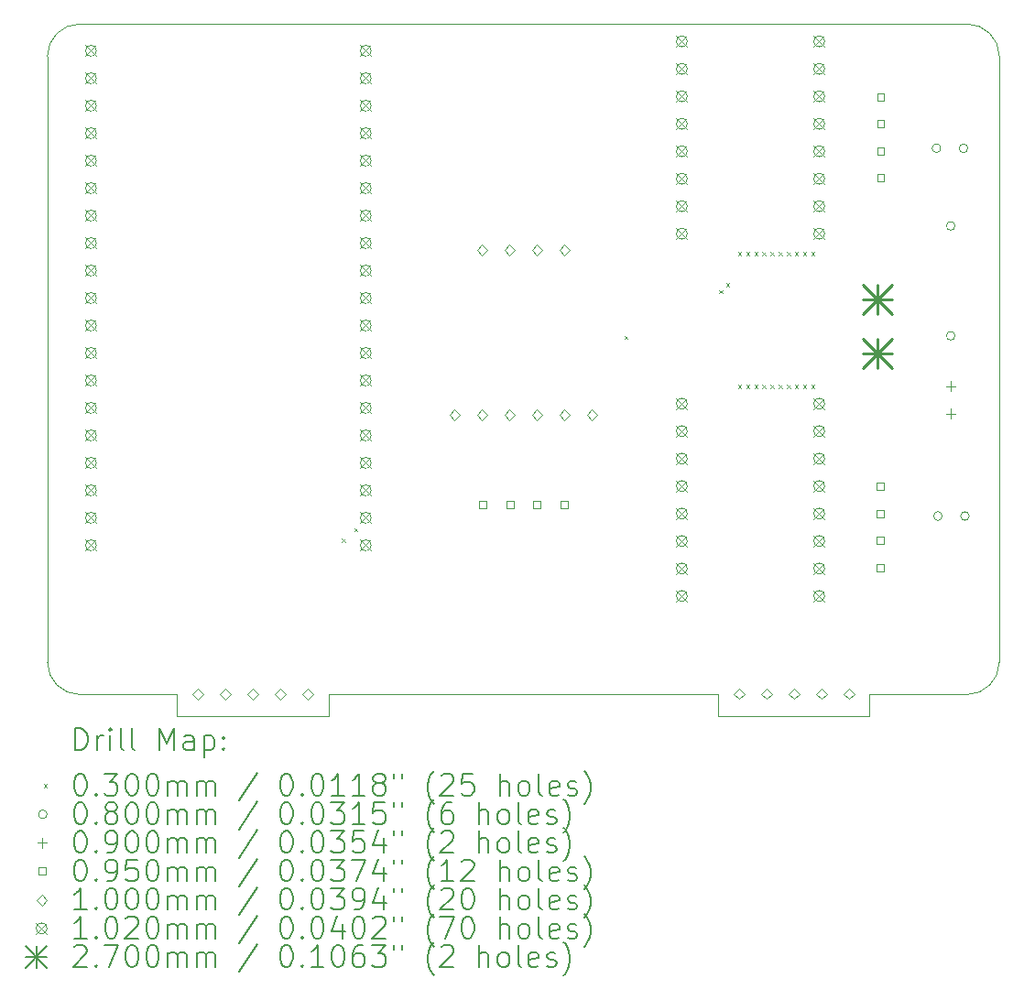
<source format=gbr>
%TF.GenerationSoftware,KiCad,Pcbnew,8.0.5*%
%TF.CreationDate,2024-09-19T11:27:25+10:00*%
%TF.ProjectId,SBR2.1,53425232-2e31-42e6-9b69-6361645f7063,rev?*%
%TF.SameCoordinates,Original*%
%TF.FileFunction,Drillmap*%
%TF.FilePolarity,Positive*%
%FSLAX45Y45*%
G04 Gerber Fmt 4.5, Leading zero omitted, Abs format (unit mm)*
G04 Created by KiCad (PCBNEW 8.0.5) date 2024-09-19 11:27:25*
%MOMM*%
%LPD*%
G01*
G04 APERTURE LIST*
%ADD10C,0.050000*%
%ADD11C,0.200000*%
%ADD12C,0.100000*%
%ADD13C,0.102000*%
%ADD14C,0.270000*%
G04 APERTURE END LIST*
D10*
X8600000Y-10000000D02*
G75*
G02*
X8300000Y-9700000I0J300000D01*
G01*
X14500000Y-10200000D02*
X15900000Y-10200000D01*
X16800000Y-3800000D02*
X8600000Y-3800000D01*
X14500000Y-10000000D02*
X14500000Y-10200000D01*
X15900000Y-10000000D02*
X16800000Y-10000000D01*
X8600000Y-10000000D02*
X9500000Y-10000000D01*
X17100000Y-9700000D02*
G75*
G02*
X16800000Y-10000000I-300000J0D01*
G01*
X9500000Y-10000000D02*
X9500000Y-10200000D01*
X9500000Y-10200000D02*
X10900000Y-10200000D01*
X17100000Y-9700000D02*
X17100000Y-4100000D01*
X16800000Y-3800000D02*
G75*
G02*
X17100000Y-4100000I0J-300000D01*
G01*
X10900000Y-10000000D02*
X14500000Y-10000000D01*
X8300000Y-4100000D02*
G75*
G02*
X8600000Y-3800000I300000J0D01*
G01*
X10900000Y-10200000D02*
X10900000Y-10000000D01*
X8300000Y-4100000D02*
X8300000Y-9700000D01*
X15900000Y-10200000D02*
X15900000Y-10000000D01*
D11*
D12*
X11020000Y-8560000D02*
X11050000Y-8590000D01*
X11050000Y-8560000D02*
X11020000Y-8590000D01*
X11135000Y-8460000D02*
X11165000Y-8490000D01*
X11165000Y-8460000D02*
X11135000Y-8490000D01*
X13635000Y-6685000D02*
X13665000Y-6715000D01*
X13665000Y-6685000D02*
X13635000Y-6715000D01*
X14510000Y-6260000D02*
X14540000Y-6290000D01*
X14540000Y-6260000D02*
X14510000Y-6290000D01*
X14572500Y-6197500D02*
X14602500Y-6227500D01*
X14602500Y-6197500D02*
X14572500Y-6227500D01*
X14685000Y-5910000D02*
X14715000Y-5940000D01*
X14715000Y-5910000D02*
X14685000Y-5940000D01*
X14685000Y-7135000D02*
X14715000Y-7165000D01*
X14715000Y-7135000D02*
X14685000Y-7165000D01*
X14760000Y-5910000D02*
X14790000Y-5940000D01*
X14790000Y-5910000D02*
X14760000Y-5940000D01*
X14760000Y-7135000D02*
X14790000Y-7165000D01*
X14790000Y-7135000D02*
X14760000Y-7165000D01*
X14835000Y-5910000D02*
X14865000Y-5940000D01*
X14865000Y-5910000D02*
X14835000Y-5940000D01*
X14835000Y-7135000D02*
X14865000Y-7165000D01*
X14865000Y-7135000D02*
X14835000Y-7165000D01*
X14910000Y-5910000D02*
X14940000Y-5940000D01*
X14940000Y-5910000D02*
X14910000Y-5940000D01*
X14910000Y-7135000D02*
X14940000Y-7165000D01*
X14940000Y-7135000D02*
X14910000Y-7165000D01*
X14985000Y-5910000D02*
X15015000Y-5940000D01*
X15015000Y-5910000D02*
X14985000Y-5940000D01*
X14985000Y-7135000D02*
X15015000Y-7165000D01*
X15015000Y-7135000D02*
X14985000Y-7165000D01*
X15060000Y-5910000D02*
X15090000Y-5940000D01*
X15090000Y-5910000D02*
X15060000Y-5940000D01*
X15060000Y-7135000D02*
X15090000Y-7165000D01*
X15090000Y-7135000D02*
X15060000Y-7165000D01*
X15135000Y-5910000D02*
X15165000Y-5940000D01*
X15165000Y-5910000D02*
X15135000Y-5940000D01*
X15135000Y-7135000D02*
X15165000Y-7165000D01*
X15165000Y-7135000D02*
X15135000Y-7165000D01*
X15210000Y-5910000D02*
X15240000Y-5940000D01*
X15240000Y-5910000D02*
X15210000Y-5940000D01*
X15210000Y-7135000D02*
X15240000Y-7165000D01*
X15240000Y-7135000D02*
X15210000Y-7165000D01*
X15285000Y-5910000D02*
X15315000Y-5940000D01*
X15315000Y-5910000D02*
X15285000Y-5940000D01*
X15285000Y-7135000D02*
X15315000Y-7165000D01*
X15315000Y-7135000D02*
X15285000Y-7165000D01*
X15360000Y-5910000D02*
X15390000Y-5940000D01*
X15390000Y-5910000D02*
X15360000Y-5940000D01*
X15360000Y-7135000D02*
X15390000Y-7165000D01*
X15390000Y-7135000D02*
X15360000Y-7165000D01*
X16558238Y-4950000D02*
G75*
G02*
X16478238Y-4950000I-40000J0D01*
G01*
X16478238Y-4950000D02*
G75*
G02*
X16558238Y-4950000I40000J0D01*
G01*
X16571762Y-8350000D02*
G75*
G02*
X16491762Y-8350000I-40000J0D01*
G01*
X16491762Y-8350000D02*
G75*
G02*
X16571762Y-8350000I40000J0D01*
G01*
X16690000Y-5667000D02*
G75*
G02*
X16610000Y-5667000I-40000J0D01*
G01*
X16610000Y-5667000D02*
G75*
G02*
X16690000Y-5667000I40000J0D01*
G01*
X16690000Y-6683000D02*
G75*
G02*
X16610000Y-6683000I-40000J0D01*
G01*
X16610000Y-6683000D02*
G75*
G02*
X16690000Y-6683000I40000J0D01*
G01*
X16808238Y-4950000D02*
G75*
G02*
X16728238Y-4950000I-40000J0D01*
G01*
X16728238Y-4950000D02*
G75*
G02*
X16808238Y-4950000I40000J0D01*
G01*
X16821762Y-8350000D02*
G75*
G02*
X16741762Y-8350000I-40000J0D01*
G01*
X16741762Y-8350000D02*
G75*
G02*
X16821762Y-8350000I40000J0D01*
G01*
X16650000Y-7103500D02*
X16650000Y-7193500D01*
X16605000Y-7148500D02*
X16695000Y-7148500D01*
X16650000Y-7357500D02*
X16650000Y-7447500D01*
X16605000Y-7402500D02*
X16695000Y-7402500D01*
X12358588Y-8281088D02*
X12358588Y-8213912D01*
X12291412Y-8213912D01*
X12291412Y-8281088D01*
X12358588Y-8281088D01*
X12608588Y-8281088D02*
X12608588Y-8213912D01*
X12541412Y-8213912D01*
X12541412Y-8281088D01*
X12608588Y-8281088D01*
X12858588Y-8281088D02*
X12858588Y-8213912D01*
X12791412Y-8213912D01*
X12791412Y-8281088D01*
X12858588Y-8281088D01*
X13108588Y-8281088D02*
X13108588Y-8213912D01*
X13041412Y-8213912D01*
X13041412Y-8281088D01*
X13108588Y-8281088D01*
X16033588Y-8108588D02*
X16033588Y-8041412D01*
X15966412Y-8041412D01*
X15966412Y-8108588D01*
X16033588Y-8108588D01*
X16033588Y-8358588D02*
X16033588Y-8291412D01*
X15966412Y-8291412D01*
X15966412Y-8358588D01*
X16033588Y-8358588D01*
X16033588Y-8608588D02*
X16033588Y-8541412D01*
X15966412Y-8541412D01*
X15966412Y-8608588D01*
X16033588Y-8608588D01*
X16033588Y-8858588D02*
X16033588Y-8791412D01*
X15966412Y-8791412D01*
X15966412Y-8858588D01*
X16033588Y-8858588D01*
X16036088Y-4508588D02*
X16036088Y-4441412D01*
X15968912Y-4441412D01*
X15968912Y-4508588D01*
X16036088Y-4508588D01*
X16036088Y-4758588D02*
X16036088Y-4691412D01*
X15968912Y-4691412D01*
X15968912Y-4758588D01*
X16036088Y-4758588D01*
X16036088Y-5008588D02*
X16036088Y-4941412D01*
X15968912Y-4941412D01*
X15968912Y-5008588D01*
X16036088Y-5008588D01*
X16036088Y-5258588D02*
X16036088Y-5191412D01*
X15968912Y-5191412D01*
X15968912Y-5258588D01*
X16036088Y-5258588D01*
X9689000Y-10047500D02*
X9739000Y-9997500D01*
X9689000Y-9947500D01*
X9639000Y-9997500D01*
X9689000Y-10047500D01*
X9943000Y-10047500D02*
X9993000Y-9997500D01*
X9943000Y-9947500D01*
X9893000Y-9997500D01*
X9943000Y-10047500D01*
X10197000Y-10047500D02*
X10247000Y-9997500D01*
X10197000Y-9947500D01*
X10147000Y-9997500D01*
X10197000Y-10047500D01*
X10451000Y-10047500D02*
X10501000Y-9997500D01*
X10451000Y-9947500D01*
X10401000Y-9997500D01*
X10451000Y-10047500D01*
X10705000Y-10047500D02*
X10755000Y-9997500D01*
X10705000Y-9947500D01*
X10655000Y-9997500D01*
X10705000Y-10047500D01*
X12065000Y-7462000D02*
X12115000Y-7412000D01*
X12065000Y-7362000D01*
X12015000Y-7412000D01*
X12065000Y-7462000D01*
X12319000Y-5938000D02*
X12369000Y-5888000D01*
X12319000Y-5838000D01*
X12269000Y-5888000D01*
X12319000Y-5938000D01*
X12319000Y-7462000D02*
X12369000Y-7412000D01*
X12319000Y-7362000D01*
X12269000Y-7412000D01*
X12319000Y-7462000D01*
X12573000Y-5938000D02*
X12623000Y-5888000D01*
X12573000Y-5838000D01*
X12523000Y-5888000D01*
X12573000Y-5938000D01*
X12573000Y-7462000D02*
X12623000Y-7412000D01*
X12573000Y-7362000D01*
X12523000Y-7412000D01*
X12573000Y-7462000D01*
X12827000Y-5938000D02*
X12877000Y-5888000D01*
X12827000Y-5838000D01*
X12777000Y-5888000D01*
X12827000Y-5938000D01*
X12827000Y-7462000D02*
X12877000Y-7412000D01*
X12827000Y-7362000D01*
X12777000Y-7412000D01*
X12827000Y-7462000D01*
X13081000Y-5938000D02*
X13131000Y-5888000D01*
X13081000Y-5838000D01*
X13031000Y-5888000D01*
X13081000Y-5938000D01*
X13081000Y-7462000D02*
X13131000Y-7412000D01*
X13081000Y-7362000D01*
X13031000Y-7412000D01*
X13081000Y-7462000D01*
X13335000Y-7462000D02*
X13385000Y-7412000D01*
X13335000Y-7362000D01*
X13285000Y-7412000D01*
X13335000Y-7462000D01*
X14698000Y-10042500D02*
X14748000Y-9992500D01*
X14698000Y-9942500D01*
X14648000Y-9992500D01*
X14698000Y-10042500D01*
X14952000Y-10042500D02*
X15002000Y-9992500D01*
X14952000Y-9942500D01*
X14902000Y-9992500D01*
X14952000Y-10042500D01*
X15206000Y-10042500D02*
X15256000Y-9992500D01*
X15206000Y-9942500D01*
X15156000Y-9992500D01*
X15206000Y-10042500D01*
X15460000Y-10042500D02*
X15510000Y-9992500D01*
X15460000Y-9942500D01*
X15410000Y-9992500D01*
X15460000Y-10042500D01*
X15714000Y-10042500D02*
X15764000Y-9992500D01*
X15714000Y-9942500D01*
X15664000Y-9992500D01*
X15714000Y-10042500D01*
D13*
X8651750Y-3997000D02*
X8753750Y-4099000D01*
X8753750Y-3997000D02*
X8651750Y-4099000D01*
X8753750Y-4048000D02*
G75*
G02*
X8651750Y-4048000I-51000J0D01*
G01*
X8651750Y-4048000D02*
G75*
G02*
X8753750Y-4048000I51000J0D01*
G01*
X8651750Y-4251000D02*
X8753750Y-4353000D01*
X8753750Y-4251000D02*
X8651750Y-4353000D01*
X8753750Y-4302000D02*
G75*
G02*
X8651750Y-4302000I-51000J0D01*
G01*
X8651750Y-4302000D02*
G75*
G02*
X8753750Y-4302000I51000J0D01*
G01*
X8651750Y-4505000D02*
X8753750Y-4607000D01*
X8753750Y-4505000D02*
X8651750Y-4607000D01*
X8753750Y-4556000D02*
G75*
G02*
X8651750Y-4556000I-51000J0D01*
G01*
X8651750Y-4556000D02*
G75*
G02*
X8753750Y-4556000I51000J0D01*
G01*
X8651750Y-4759000D02*
X8753750Y-4861000D01*
X8753750Y-4759000D02*
X8651750Y-4861000D01*
X8753750Y-4810000D02*
G75*
G02*
X8651750Y-4810000I-51000J0D01*
G01*
X8651750Y-4810000D02*
G75*
G02*
X8753750Y-4810000I51000J0D01*
G01*
X8651750Y-5013000D02*
X8753750Y-5115000D01*
X8753750Y-5013000D02*
X8651750Y-5115000D01*
X8753750Y-5064000D02*
G75*
G02*
X8651750Y-5064000I-51000J0D01*
G01*
X8651750Y-5064000D02*
G75*
G02*
X8753750Y-5064000I51000J0D01*
G01*
X8651750Y-5267000D02*
X8753750Y-5369000D01*
X8753750Y-5267000D02*
X8651750Y-5369000D01*
X8753750Y-5318000D02*
G75*
G02*
X8651750Y-5318000I-51000J0D01*
G01*
X8651750Y-5318000D02*
G75*
G02*
X8753750Y-5318000I51000J0D01*
G01*
X8651750Y-5521000D02*
X8753750Y-5623000D01*
X8753750Y-5521000D02*
X8651750Y-5623000D01*
X8753750Y-5572000D02*
G75*
G02*
X8651750Y-5572000I-51000J0D01*
G01*
X8651750Y-5572000D02*
G75*
G02*
X8753750Y-5572000I51000J0D01*
G01*
X8651750Y-5775000D02*
X8753750Y-5877000D01*
X8753750Y-5775000D02*
X8651750Y-5877000D01*
X8753750Y-5826000D02*
G75*
G02*
X8651750Y-5826000I-51000J0D01*
G01*
X8651750Y-5826000D02*
G75*
G02*
X8753750Y-5826000I51000J0D01*
G01*
X8651750Y-6029000D02*
X8753750Y-6131000D01*
X8753750Y-6029000D02*
X8651750Y-6131000D01*
X8753750Y-6080000D02*
G75*
G02*
X8651750Y-6080000I-51000J0D01*
G01*
X8651750Y-6080000D02*
G75*
G02*
X8753750Y-6080000I51000J0D01*
G01*
X8651750Y-6283000D02*
X8753750Y-6385000D01*
X8753750Y-6283000D02*
X8651750Y-6385000D01*
X8753750Y-6334000D02*
G75*
G02*
X8651750Y-6334000I-51000J0D01*
G01*
X8651750Y-6334000D02*
G75*
G02*
X8753750Y-6334000I51000J0D01*
G01*
X8651750Y-6537000D02*
X8753750Y-6639000D01*
X8753750Y-6537000D02*
X8651750Y-6639000D01*
X8753750Y-6588000D02*
G75*
G02*
X8651750Y-6588000I-51000J0D01*
G01*
X8651750Y-6588000D02*
G75*
G02*
X8753750Y-6588000I51000J0D01*
G01*
X8651750Y-6791000D02*
X8753750Y-6893000D01*
X8753750Y-6791000D02*
X8651750Y-6893000D01*
X8753750Y-6842000D02*
G75*
G02*
X8651750Y-6842000I-51000J0D01*
G01*
X8651750Y-6842000D02*
G75*
G02*
X8753750Y-6842000I51000J0D01*
G01*
X8651750Y-7045000D02*
X8753750Y-7147000D01*
X8753750Y-7045000D02*
X8651750Y-7147000D01*
X8753750Y-7096000D02*
G75*
G02*
X8651750Y-7096000I-51000J0D01*
G01*
X8651750Y-7096000D02*
G75*
G02*
X8753750Y-7096000I51000J0D01*
G01*
X8651750Y-7299000D02*
X8753750Y-7401000D01*
X8753750Y-7299000D02*
X8651750Y-7401000D01*
X8753750Y-7350000D02*
G75*
G02*
X8651750Y-7350000I-51000J0D01*
G01*
X8651750Y-7350000D02*
G75*
G02*
X8753750Y-7350000I51000J0D01*
G01*
X8651750Y-7553000D02*
X8753750Y-7655000D01*
X8753750Y-7553000D02*
X8651750Y-7655000D01*
X8753750Y-7604000D02*
G75*
G02*
X8651750Y-7604000I-51000J0D01*
G01*
X8651750Y-7604000D02*
G75*
G02*
X8753750Y-7604000I51000J0D01*
G01*
X8651750Y-7807000D02*
X8753750Y-7909000D01*
X8753750Y-7807000D02*
X8651750Y-7909000D01*
X8753750Y-7858000D02*
G75*
G02*
X8651750Y-7858000I-51000J0D01*
G01*
X8651750Y-7858000D02*
G75*
G02*
X8753750Y-7858000I51000J0D01*
G01*
X8651750Y-8061000D02*
X8753750Y-8163000D01*
X8753750Y-8061000D02*
X8651750Y-8163000D01*
X8753750Y-8112000D02*
G75*
G02*
X8651750Y-8112000I-51000J0D01*
G01*
X8651750Y-8112000D02*
G75*
G02*
X8753750Y-8112000I51000J0D01*
G01*
X8651750Y-8315000D02*
X8753750Y-8417000D01*
X8753750Y-8315000D02*
X8651750Y-8417000D01*
X8753750Y-8366000D02*
G75*
G02*
X8651750Y-8366000I-51000J0D01*
G01*
X8651750Y-8366000D02*
G75*
G02*
X8753750Y-8366000I51000J0D01*
G01*
X8651750Y-8569000D02*
X8753750Y-8671000D01*
X8753750Y-8569000D02*
X8651750Y-8671000D01*
X8753750Y-8620000D02*
G75*
G02*
X8651750Y-8620000I-51000J0D01*
G01*
X8651750Y-8620000D02*
G75*
G02*
X8753750Y-8620000I51000J0D01*
G01*
X11191750Y-3997000D02*
X11293750Y-4099000D01*
X11293750Y-3997000D02*
X11191750Y-4099000D01*
X11293750Y-4048000D02*
G75*
G02*
X11191750Y-4048000I-51000J0D01*
G01*
X11191750Y-4048000D02*
G75*
G02*
X11293750Y-4048000I51000J0D01*
G01*
X11191750Y-4251000D02*
X11293750Y-4353000D01*
X11293750Y-4251000D02*
X11191750Y-4353000D01*
X11293750Y-4302000D02*
G75*
G02*
X11191750Y-4302000I-51000J0D01*
G01*
X11191750Y-4302000D02*
G75*
G02*
X11293750Y-4302000I51000J0D01*
G01*
X11191750Y-4505000D02*
X11293750Y-4607000D01*
X11293750Y-4505000D02*
X11191750Y-4607000D01*
X11293750Y-4556000D02*
G75*
G02*
X11191750Y-4556000I-51000J0D01*
G01*
X11191750Y-4556000D02*
G75*
G02*
X11293750Y-4556000I51000J0D01*
G01*
X11191750Y-4759000D02*
X11293750Y-4861000D01*
X11293750Y-4759000D02*
X11191750Y-4861000D01*
X11293750Y-4810000D02*
G75*
G02*
X11191750Y-4810000I-51000J0D01*
G01*
X11191750Y-4810000D02*
G75*
G02*
X11293750Y-4810000I51000J0D01*
G01*
X11191750Y-5013000D02*
X11293750Y-5115000D01*
X11293750Y-5013000D02*
X11191750Y-5115000D01*
X11293750Y-5064000D02*
G75*
G02*
X11191750Y-5064000I-51000J0D01*
G01*
X11191750Y-5064000D02*
G75*
G02*
X11293750Y-5064000I51000J0D01*
G01*
X11191750Y-5267000D02*
X11293750Y-5369000D01*
X11293750Y-5267000D02*
X11191750Y-5369000D01*
X11293750Y-5318000D02*
G75*
G02*
X11191750Y-5318000I-51000J0D01*
G01*
X11191750Y-5318000D02*
G75*
G02*
X11293750Y-5318000I51000J0D01*
G01*
X11191750Y-5521000D02*
X11293750Y-5623000D01*
X11293750Y-5521000D02*
X11191750Y-5623000D01*
X11293750Y-5572000D02*
G75*
G02*
X11191750Y-5572000I-51000J0D01*
G01*
X11191750Y-5572000D02*
G75*
G02*
X11293750Y-5572000I51000J0D01*
G01*
X11191750Y-5775000D02*
X11293750Y-5877000D01*
X11293750Y-5775000D02*
X11191750Y-5877000D01*
X11293750Y-5826000D02*
G75*
G02*
X11191750Y-5826000I-51000J0D01*
G01*
X11191750Y-5826000D02*
G75*
G02*
X11293750Y-5826000I51000J0D01*
G01*
X11191750Y-6029000D02*
X11293750Y-6131000D01*
X11293750Y-6029000D02*
X11191750Y-6131000D01*
X11293750Y-6080000D02*
G75*
G02*
X11191750Y-6080000I-51000J0D01*
G01*
X11191750Y-6080000D02*
G75*
G02*
X11293750Y-6080000I51000J0D01*
G01*
X11191750Y-6283000D02*
X11293750Y-6385000D01*
X11293750Y-6283000D02*
X11191750Y-6385000D01*
X11293750Y-6334000D02*
G75*
G02*
X11191750Y-6334000I-51000J0D01*
G01*
X11191750Y-6334000D02*
G75*
G02*
X11293750Y-6334000I51000J0D01*
G01*
X11191750Y-6537000D02*
X11293750Y-6639000D01*
X11293750Y-6537000D02*
X11191750Y-6639000D01*
X11293750Y-6588000D02*
G75*
G02*
X11191750Y-6588000I-51000J0D01*
G01*
X11191750Y-6588000D02*
G75*
G02*
X11293750Y-6588000I51000J0D01*
G01*
X11191750Y-6791000D02*
X11293750Y-6893000D01*
X11293750Y-6791000D02*
X11191750Y-6893000D01*
X11293750Y-6842000D02*
G75*
G02*
X11191750Y-6842000I-51000J0D01*
G01*
X11191750Y-6842000D02*
G75*
G02*
X11293750Y-6842000I51000J0D01*
G01*
X11191750Y-7045000D02*
X11293750Y-7147000D01*
X11293750Y-7045000D02*
X11191750Y-7147000D01*
X11293750Y-7096000D02*
G75*
G02*
X11191750Y-7096000I-51000J0D01*
G01*
X11191750Y-7096000D02*
G75*
G02*
X11293750Y-7096000I51000J0D01*
G01*
X11191750Y-7299000D02*
X11293750Y-7401000D01*
X11293750Y-7299000D02*
X11191750Y-7401000D01*
X11293750Y-7350000D02*
G75*
G02*
X11191750Y-7350000I-51000J0D01*
G01*
X11191750Y-7350000D02*
G75*
G02*
X11293750Y-7350000I51000J0D01*
G01*
X11191750Y-7553000D02*
X11293750Y-7655000D01*
X11293750Y-7553000D02*
X11191750Y-7655000D01*
X11293750Y-7604000D02*
G75*
G02*
X11191750Y-7604000I-51000J0D01*
G01*
X11191750Y-7604000D02*
G75*
G02*
X11293750Y-7604000I51000J0D01*
G01*
X11191750Y-7807000D02*
X11293750Y-7909000D01*
X11293750Y-7807000D02*
X11191750Y-7909000D01*
X11293750Y-7858000D02*
G75*
G02*
X11191750Y-7858000I-51000J0D01*
G01*
X11191750Y-7858000D02*
G75*
G02*
X11293750Y-7858000I51000J0D01*
G01*
X11191750Y-8061000D02*
X11293750Y-8163000D01*
X11293750Y-8061000D02*
X11191750Y-8163000D01*
X11293750Y-8112000D02*
G75*
G02*
X11191750Y-8112000I-51000J0D01*
G01*
X11191750Y-8112000D02*
G75*
G02*
X11293750Y-8112000I51000J0D01*
G01*
X11191750Y-8315000D02*
X11293750Y-8417000D01*
X11293750Y-8315000D02*
X11191750Y-8417000D01*
X11293750Y-8366000D02*
G75*
G02*
X11191750Y-8366000I-51000J0D01*
G01*
X11191750Y-8366000D02*
G75*
G02*
X11293750Y-8366000I51000J0D01*
G01*
X11191750Y-8569000D02*
X11293750Y-8671000D01*
X11293750Y-8569000D02*
X11191750Y-8671000D01*
X11293750Y-8620000D02*
G75*
G02*
X11191750Y-8620000I-51000J0D01*
G01*
X11191750Y-8620000D02*
G75*
G02*
X11293750Y-8620000I51000J0D01*
G01*
X14114000Y-3910000D02*
X14216000Y-4012000D01*
X14216000Y-3910000D02*
X14114000Y-4012000D01*
X14216000Y-3961000D02*
G75*
G02*
X14114000Y-3961000I-51000J0D01*
G01*
X14114000Y-3961000D02*
G75*
G02*
X14216000Y-3961000I51000J0D01*
G01*
X14114000Y-4164000D02*
X14216000Y-4266000D01*
X14216000Y-4164000D02*
X14114000Y-4266000D01*
X14216000Y-4215000D02*
G75*
G02*
X14114000Y-4215000I-51000J0D01*
G01*
X14114000Y-4215000D02*
G75*
G02*
X14216000Y-4215000I51000J0D01*
G01*
X14114000Y-4418000D02*
X14216000Y-4520000D01*
X14216000Y-4418000D02*
X14114000Y-4520000D01*
X14216000Y-4469000D02*
G75*
G02*
X14114000Y-4469000I-51000J0D01*
G01*
X14114000Y-4469000D02*
G75*
G02*
X14216000Y-4469000I51000J0D01*
G01*
X14114000Y-4672000D02*
X14216000Y-4774000D01*
X14216000Y-4672000D02*
X14114000Y-4774000D01*
X14216000Y-4723000D02*
G75*
G02*
X14114000Y-4723000I-51000J0D01*
G01*
X14114000Y-4723000D02*
G75*
G02*
X14216000Y-4723000I51000J0D01*
G01*
X14114000Y-4926000D02*
X14216000Y-5028000D01*
X14216000Y-4926000D02*
X14114000Y-5028000D01*
X14216000Y-4977000D02*
G75*
G02*
X14114000Y-4977000I-51000J0D01*
G01*
X14114000Y-4977000D02*
G75*
G02*
X14216000Y-4977000I51000J0D01*
G01*
X14114000Y-5180000D02*
X14216000Y-5282000D01*
X14216000Y-5180000D02*
X14114000Y-5282000D01*
X14216000Y-5231000D02*
G75*
G02*
X14114000Y-5231000I-51000J0D01*
G01*
X14114000Y-5231000D02*
G75*
G02*
X14216000Y-5231000I51000J0D01*
G01*
X14114000Y-5434000D02*
X14216000Y-5536000D01*
X14216000Y-5434000D02*
X14114000Y-5536000D01*
X14216000Y-5485000D02*
G75*
G02*
X14114000Y-5485000I-51000J0D01*
G01*
X14114000Y-5485000D02*
G75*
G02*
X14216000Y-5485000I51000J0D01*
G01*
X14114000Y-5688000D02*
X14216000Y-5790000D01*
X14216000Y-5688000D02*
X14114000Y-5790000D01*
X14216000Y-5739000D02*
G75*
G02*
X14114000Y-5739000I-51000J0D01*
G01*
X14114000Y-5739000D02*
G75*
G02*
X14216000Y-5739000I51000J0D01*
G01*
X14114000Y-7260000D02*
X14216000Y-7362000D01*
X14216000Y-7260000D02*
X14114000Y-7362000D01*
X14216000Y-7311000D02*
G75*
G02*
X14114000Y-7311000I-51000J0D01*
G01*
X14114000Y-7311000D02*
G75*
G02*
X14216000Y-7311000I51000J0D01*
G01*
X14114000Y-7514000D02*
X14216000Y-7616000D01*
X14216000Y-7514000D02*
X14114000Y-7616000D01*
X14216000Y-7565000D02*
G75*
G02*
X14114000Y-7565000I-51000J0D01*
G01*
X14114000Y-7565000D02*
G75*
G02*
X14216000Y-7565000I51000J0D01*
G01*
X14114000Y-7768000D02*
X14216000Y-7870000D01*
X14216000Y-7768000D02*
X14114000Y-7870000D01*
X14216000Y-7819000D02*
G75*
G02*
X14114000Y-7819000I-51000J0D01*
G01*
X14114000Y-7819000D02*
G75*
G02*
X14216000Y-7819000I51000J0D01*
G01*
X14114000Y-8022000D02*
X14216000Y-8124000D01*
X14216000Y-8022000D02*
X14114000Y-8124000D01*
X14216000Y-8073000D02*
G75*
G02*
X14114000Y-8073000I-51000J0D01*
G01*
X14114000Y-8073000D02*
G75*
G02*
X14216000Y-8073000I51000J0D01*
G01*
X14114000Y-8276000D02*
X14216000Y-8378000D01*
X14216000Y-8276000D02*
X14114000Y-8378000D01*
X14216000Y-8327000D02*
G75*
G02*
X14114000Y-8327000I-51000J0D01*
G01*
X14114000Y-8327000D02*
G75*
G02*
X14216000Y-8327000I51000J0D01*
G01*
X14114000Y-8530000D02*
X14216000Y-8632000D01*
X14216000Y-8530000D02*
X14114000Y-8632000D01*
X14216000Y-8581000D02*
G75*
G02*
X14114000Y-8581000I-51000J0D01*
G01*
X14114000Y-8581000D02*
G75*
G02*
X14216000Y-8581000I51000J0D01*
G01*
X14114000Y-8784000D02*
X14216000Y-8886000D01*
X14216000Y-8784000D02*
X14114000Y-8886000D01*
X14216000Y-8835000D02*
G75*
G02*
X14114000Y-8835000I-51000J0D01*
G01*
X14114000Y-8835000D02*
G75*
G02*
X14216000Y-8835000I51000J0D01*
G01*
X14114000Y-9038000D02*
X14216000Y-9140000D01*
X14216000Y-9038000D02*
X14114000Y-9140000D01*
X14216000Y-9089000D02*
G75*
G02*
X14114000Y-9089000I-51000J0D01*
G01*
X14114000Y-9089000D02*
G75*
G02*
X14216000Y-9089000I51000J0D01*
G01*
X15384000Y-3910000D02*
X15486000Y-4012000D01*
X15486000Y-3910000D02*
X15384000Y-4012000D01*
X15486000Y-3961000D02*
G75*
G02*
X15384000Y-3961000I-51000J0D01*
G01*
X15384000Y-3961000D02*
G75*
G02*
X15486000Y-3961000I51000J0D01*
G01*
X15384000Y-4164000D02*
X15486000Y-4266000D01*
X15486000Y-4164000D02*
X15384000Y-4266000D01*
X15486000Y-4215000D02*
G75*
G02*
X15384000Y-4215000I-51000J0D01*
G01*
X15384000Y-4215000D02*
G75*
G02*
X15486000Y-4215000I51000J0D01*
G01*
X15384000Y-4418000D02*
X15486000Y-4520000D01*
X15486000Y-4418000D02*
X15384000Y-4520000D01*
X15486000Y-4469000D02*
G75*
G02*
X15384000Y-4469000I-51000J0D01*
G01*
X15384000Y-4469000D02*
G75*
G02*
X15486000Y-4469000I51000J0D01*
G01*
X15384000Y-4672000D02*
X15486000Y-4774000D01*
X15486000Y-4672000D02*
X15384000Y-4774000D01*
X15486000Y-4723000D02*
G75*
G02*
X15384000Y-4723000I-51000J0D01*
G01*
X15384000Y-4723000D02*
G75*
G02*
X15486000Y-4723000I51000J0D01*
G01*
X15384000Y-4926000D02*
X15486000Y-5028000D01*
X15486000Y-4926000D02*
X15384000Y-5028000D01*
X15486000Y-4977000D02*
G75*
G02*
X15384000Y-4977000I-51000J0D01*
G01*
X15384000Y-4977000D02*
G75*
G02*
X15486000Y-4977000I51000J0D01*
G01*
X15384000Y-5180000D02*
X15486000Y-5282000D01*
X15486000Y-5180000D02*
X15384000Y-5282000D01*
X15486000Y-5231000D02*
G75*
G02*
X15384000Y-5231000I-51000J0D01*
G01*
X15384000Y-5231000D02*
G75*
G02*
X15486000Y-5231000I51000J0D01*
G01*
X15384000Y-5434000D02*
X15486000Y-5536000D01*
X15486000Y-5434000D02*
X15384000Y-5536000D01*
X15486000Y-5485000D02*
G75*
G02*
X15384000Y-5485000I-51000J0D01*
G01*
X15384000Y-5485000D02*
G75*
G02*
X15486000Y-5485000I51000J0D01*
G01*
X15384000Y-5688000D02*
X15486000Y-5790000D01*
X15486000Y-5688000D02*
X15384000Y-5790000D01*
X15486000Y-5739000D02*
G75*
G02*
X15384000Y-5739000I-51000J0D01*
G01*
X15384000Y-5739000D02*
G75*
G02*
X15486000Y-5739000I51000J0D01*
G01*
X15384000Y-7260000D02*
X15486000Y-7362000D01*
X15486000Y-7260000D02*
X15384000Y-7362000D01*
X15486000Y-7311000D02*
G75*
G02*
X15384000Y-7311000I-51000J0D01*
G01*
X15384000Y-7311000D02*
G75*
G02*
X15486000Y-7311000I51000J0D01*
G01*
X15384000Y-7514000D02*
X15486000Y-7616000D01*
X15486000Y-7514000D02*
X15384000Y-7616000D01*
X15486000Y-7565000D02*
G75*
G02*
X15384000Y-7565000I-51000J0D01*
G01*
X15384000Y-7565000D02*
G75*
G02*
X15486000Y-7565000I51000J0D01*
G01*
X15384000Y-7768000D02*
X15486000Y-7870000D01*
X15486000Y-7768000D02*
X15384000Y-7870000D01*
X15486000Y-7819000D02*
G75*
G02*
X15384000Y-7819000I-51000J0D01*
G01*
X15384000Y-7819000D02*
G75*
G02*
X15486000Y-7819000I51000J0D01*
G01*
X15384000Y-8022000D02*
X15486000Y-8124000D01*
X15486000Y-8022000D02*
X15384000Y-8124000D01*
X15486000Y-8073000D02*
G75*
G02*
X15384000Y-8073000I-51000J0D01*
G01*
X15384000Y-8073000D02*
G75*
G02*
X15486000Y-8073000I51000J0D01*
G01*
X15384000Y-8276000D02*
X15486000Y-8378000D01*
X15486000Y-8276000D02*
X15384000Y-8378000D01*
X15486000Y-8327000D02*
G75*
G02*
X15384000Y-8327000I-51000J0D01*
G01*
X15384000Y-8327000D02*
G75*
G02*
X15486000Y-8327000I51000J0D01*
G01*
X15384000Y-8530000D02*
X15486000Y-8632000D01*
X15486000Y-8530000D02*
X15384000Y-8632000D01*
X15486000Y-8581000D02*
G75*
G02*
X15384000Y-8581000I-51000J0D01*
G01*
X15384000Y-8581000D02*
G75*
G02*
X15486000Y-8581000I51000J0D01*
G01*
X15384000Y-8784000D02*
X15486000Y-8886000D01*
X15486000Y-8784000D02*
X15384000Y-8886000D01*
X15486000Y-8835000D02*
G75*
G02*
X15384000Y-8835000I-51000J0D01*
G01*
X15384000Y-8835000D02*
G75*
G02*
X15486000Y-8835000I51000J0D01*
G01*
X15384000Y-9038000D02*
X15486000Y-9140000D01*
X15486000Y-9038000D02*
X15384000Y-9140000D01*
X15486000Y-9089000D02*
G75*
G02*
X15384000Y-9089000I-51000J0D01*
G01*
X15384000Y-9089000D02*
G75*
G02*
X15486000Y-9089000I51000J0D01*
G01*
D14*
X15840000Y-6215000D02*
X16110000Y-6485000D01*
X16110000Y-6215000D02*
X15840000Y-6485000D01*
X15975000Y-6215000D02*
X15975000Y-6485000D01*
X15840000Y-6350000D02*
X16110000Y-6350000D01*
X15840000Y-6715000D02*
X16110000Y-6985000D01*
X16110000Y-6715000D02*
X15840000Y-6985000D01*
X15975000Y-6715000D02*
X15975000Y-6985000D01*
X15840000Y-6850000D02*
X16110000Y-6850000D01*
D11*
X8558277Y-10513984D02*
X8558277Y-10313984D01*
X8558277Y-10313984D02*
X8605896Y-10313984D01*
X8605896Y-10313984D02*
X8634467Y-10323508D01*
X8634467Y-10323508D02*
X8653515Y-10342555D01*
X8653515Y-10342555D02*
X8663039Y-10361603D01*
X8663039Y-10361603D02*
X8672563Y-10399698D01*
X8672563Y-10399698D02*
X8672563Y-10428270D01*
X8672563Y-10428270D02*
X8663039Y-10466365D01*
X8663039Y-10466365D02*
X8653515Y-10485412D01*
X8653515Y-10485412D02*
X8634467Y-10504460D01*
X8634467Y-10504460D02*
X8605896Y-10513984D01*
X8605896Y-10513984D02*
X8558277Y-10513984D01*
X8758277Y-10513984D02*
X8758277Y-10380650D01*
X8758277Y-10418746D02*
X8767801Y-10399698D01*
X8767801Y-10399698D02*
X8777324Y-10390174D01*
X8777324Y-10390174D02*
X8796372Y-10380650D01*
X8796372Y-10380650D02*
X8815420Y-10380650D01*
X8882086Y-10513984D02*
X8882086Y-10380650D01*
X8882086Y-10313984D02*
X8872563Y-10323508D01*
X8872563Y-10323508D02*
X8882086Y-10333031D01*
X8882086Y-10333031D02*
X8891610Y-10323508D01*
X8891610Y-10323508D02*
X8882086Y-10313984D01*
X8882086Y-10313984D02*
X8882086Y-10333031D01*
X9005896Y-10513984D02*
X8986848Y-10504460D01*
X8986848Y-10504460D02*
X8977324Y-10485412D01*
X8977324Y-10485412D02*
X8977324Y-10313984D01*
X9110658Y-10513984D02*
X9091610Y-10504460D01*
X9091610Y-10504460D02*
X9082086Y-10485412D01*
X9082086Y-10485412D02*
X9082086Y-10313984D01*
X9339229Y-10513984D02*
X9339229Y-10313984D01*
X9339229Y-10313984D02*
X9405896Y-10456841D01*
X9405896Y-10456841D02*
X9472563Y-10313984D01*
X9472563Y-10313984D02*
X9472563Y-10513984D01*
X9653515Y-10513984D02*
X9653515Y-10409222D01*
X9653515Y-10409222D02*
X9643991Y-10390174D01*
X9643991Y-10390174D02*
X9624944Y-10380650D01*
X9624944Y-10380650D02*
X9586848Y-10380650D01*
X9586848Y-10380650D02*
X9567801Y-10390174D01*
X9653515Y-10504460D02*
X9634467Y-10513984D01*
X9634467Y-10513984D02*
X9586848Y-10513984D01*
X9586848Y-10513984D02*
X9567801Y-10504460D01*
X9567801Y-10504460D02*
X9558277Y-10485412D01*
X9558277Y-10485412D02*
X9558277Y-10466365D01*
X9558277Y-10466365D02*
X9567801Y-10447317D01*
X9567801Y-10447317D02*
X9586848Y-10437793D01*
X9586848Y-10437793D02*
X9634467Y-10437793D01*
X9634467Y-10437793D02*
X9653515Y-10428270D01*
X9748753Y-10380650D02*
X9748753Y-10580650D01*
X9748753Y-10390174D02*
X9767801Y-10380650D01*
X9767801Y-10380650D02*
X9805896Y-10380650D01*
X9805896Y-10380650D02*
X9824944Y-10390174D01*
X9824944Y-10390174D02*
X9834467Y-10399698D01*
X9834467Y-10399698D02*
X9843991Y-10418746D01*
X9843991Y-10418746D02*
X9843991Y-10475889D01*
X9843991Y-10475889D02*
X9834467Y-10494936D01*
X9834467Y-10494936D02*
X9824944Y-10504460D01*
X9824944Y-10504460D02*
X9805896Y-10513984D01*
X9805896Y-10513984D02*
X9767801Y-10513984D01*
X9767801Y-10513984D02*
X9748753Y-10504460D01*
X9929705Y-10494936D02*
X9939229Y-10504460D01*
X9939229Y-10504460D02*
X9929705Y-10513984D01*
X9929705Y-10513984D02*
X9920182Y-10504460D01*
X9920182Y-10504460D02*
X9929705Y-10494936D01*
X9929705Y-10494936D02*
X9929705Y-10513984D01*
X9929705Y-10390174D02*
X9939229Y-10399698D01*
X9939229Y-10399698D02*
X9929705Y-10409222D01*
X9929705Y-10409222D02*
X9920182Y-10399698D01*
X9920182Y-10399698D02*
X9929705Y-10390174D01*
X9929705Y-10390174D02*
X9929705Y-10409222D01*
D12*
X8267500Y-10827500D02*
X8297500Y-10857500D01*
X8297500Y-10827500D02*
X8267500Y-10857500D01*
D11*
X8596372Y-10733984D02*
X8615420Y-10733984D01*
X8615420Y-10733984D02*
X8634467Y-10743508D01*
X8634467Y-10743508D02*
X8643991Y-10753031D01*
X8643991Y-10753031D02*
X8653515Y-10772079D01*
X8653515Y-10772079D02*
X8663039Y-10810174D01*
X8663039Y-10810174D02*
X8663039Y-10857793D01*
X8663039Y-10857793D02*
X8653515Y-10895889D01*
X8653515Y-10895889D02*
X8643991Y-10914936D01*
X8643991Y-10914936D02*
X8634467Y-10924460D01*
X8634467Y-10924460D02*
X8615420Y-10933984D01*
X8615420Y-10933984D02*
X8596372Y-10933984D01*
X8596372Y-10933984D02*
X8577324Y-10924460D01*
X8577324Y-10924460D02*
X8567801Y-10914936D01*
X8567801Y-10914936D02*
X8558277Y-10895889D01*
X8558277Y-10895889D02*
X8548753Y-10857793D01*
X8548753Y-10857793D02*
X8548753Y-10810174D01*
X8548753Y-10810174D02*
X8558277Y-10772079D01*
X8558277Y-10772079D02*
X8567801Y-10753031D01*
X8567801Y-10753031D02*
X8577324Y-10743508D01*
X8577324Y-10743508D02*
X8596372Y-10733984D01*
X8748753Y-10914936D02*
X8758277Y-10924460D01*
X8758277Y-10924460D02*
X8748753Y-10933984D01*
X8748753Y-10933984D02*
X8739229Y-10924460D01*
X8739229Y-10924460D02*
X8748753Y-10914936D01*
X8748753Y-10914936D02*
X8748753Y-10933984D01*
X8824944Y-10733984D02*
X8948753Y-10733984D01*
X8948753Y-10733984D02*
X8882086Y-10810174D01*
X8882086Y-10810174D02*
X8910658Y-10810174D01*
X8910658Y-10810174D02*
X8929705Y-10819698D01*
X8929705Y-10819698D02*
X8939229Y-10829222D01*
X8939229Y-10829222D02*
X8948753Y-10848270D01*
X8948753Y-10848270D02*
X8948753Y-10895889D01*
X8948753Y-10895889D02*
X8939229Y-10914936D01*
X8939229Y-10914936D02*
X8929705Y-10924460D01*
X8929705Y-10924460D02*
X8910658Y-10933984D01*
X8910658Y-10933984D02*
X8853515Y-10933984D01*
X8853515Y-10933984D02*
X8834467Y-10924460D01*
X8834467Y-10924460D02*
X8824944Y-10914936D01*
X9072563Y-10733984D02*
X9091610Y-10733984D01*
X9091610Y-10733984D02*
X9110658Y-10743508D01*
X9110658Y-10743508D02*
X9120182Y-10753031D01*
X9120182Y-10753031D02*
X9129705Y-10772079D01*
X9129705Y-10772079D02*
X9139229Y-10810174D01*
X9139229Y-10810174D02*
X9139229Y-10857793D01*
X9139229Y-10857793D02*
X9129705Y-10895889D01*
X9129705Y-10895889D02*
X9120182Y-10914936D01*
X9120182Y-10914936D02*
X9110658Y-10924460D01*
X9110658Y-10924460D02*
X9091610Y-10933984D01*
X9091610Y-10933984D02*
X9072563Y-10933984D01*
X9072563Y-10933984D02*
X9053515Y-10924460D01*
X9053515Y-10924460D02*
X9043991Y-10914936D01*
X9043991Y-10914936D02*
X9034467Y-10895889D01*
X9034467Y-10895889D02*
X9024944Y-10857793D01*
X9024944Y-10857793D02*
X9024944Y-10810174D01*
X9024944Y-10810174D02*
X9034467Y-10772079D01*
X9034467Y-10772079D02*
X9043991Y-10753031D01*
X9043991Y-10753031D02*
X9053515Y-10743508D01*
X9053515Y-10743508D02*
X9072563Y-10733984D01*
X9263039Y-10733984D02*
X9282086Y-10733984D01*
X9282086Y-10733984D02*
X9301134Y-10743508D01*
X9301134Y-10743508D02*
X9310658Y-10753031D01*
X9310658Y-10753031D02*
X9320182Y-10772079D01*
X9320182Y-10772079D02*
X9329705Y-10810174D01*
X9329705Y-10810174D02*
X9329705Y-10857793D01*
X9329705Y-10857793D02*
X9320182Y-10895889D01*
X9320182Y-10895889D02*
X9310658Y-10914936D01*
X9310658Y-10914936D02*
X9301134Y-10924460D01*
X9301134Y-10924460D02*
X9282086Y-10933984D01*
X9282086Y-10933984D02*
X9263039Y-10933984D01*
X9263039Y-10933984D02*
X9243991Y-10924460D01*
X9243991Y-10924460D02*
X9234467Y-10914936D01*
X9234467Y-10914936D02*
X9224944Y-10895889D01*
X9224944Y-10895889D02*
X9215420Y-10857793D01*
X9215420Y-10857793D02*
X9215420Y-10810174D01*
X9215420Y-10810174D02*
X9224944Y-10772079D01*
X9224944Y-10772079D02*
X9234467Y-10753031D01*
X9234467Y-10753031D02*
X9243991Y-10743508D01*
X9243991Y-10743508D02*
X9263039Y-10733984D01*
X9415420Y-10933984D02*
X9415420Y-10800650D01*
X9415420Y-10819698D02*
X9424944Y-10810174D01*
X9424944Y-10810174D02*
X9443991Y-10800650D01*
X9443991Y-10800650D02*
X9472563Y-10800650D01*
X9472563Y-10800650D02*
X9491610Y-10810174D01*
X9491610Y-10810174D02*
X9501134Y-10829222D01*
X9501134Y-10829222D02*
X9501134Y-10933984D01*
X9501134Y-10829222D02*
X9510658Y-10810174D01*
X9510658Y-10810174D02*
X9529705Y-10800650D01*
X9529705Y-10800650D02*
X9558277Y-10800650D01*
X9558277Y-10800650D02*
X9577325Y-10810174D01*
X9577325Y-10810174D02*
X9586848Y-10829222D01*
X9586848Y-10829222D02*
X9586848Y-10933984D01*
X9682086Y-10933984D02*
X9682086Y-10800650D01*
X9682086Y-10819698D02*
X9691610Y-10810174D01*
X9691610Y-10810174D02*
X9710658Y-10800650D01*
X9710658Y-10800650D02*
X9739229Y-10800650D01*
X9739229Y-10800650D02*
X9758277Y-10810174D01*
X9758277Y-10810174D02*
X9767801Y-10829222D01*
X9767801Y-10829222D02*
X9767801Y-10933984D01*
X9767801Y-10829222D02*
X9777325Y-10810174D01*
X9777325Y-10810174D02*
X9796372Y-10800650D01*
X9796372Y-10800650D02*
X9824944Y-10800650D01*
X9824944Y-10800650D02*
X9843991Y-10810174D01*
X9843991Y-10810174D02*
X9853515Y-10829222D01*
X9853515Y-10829222D02*
X9853515Y-10933984D01*
X10243991Y-10724460D02*
X10072563Y-10981603D01*
X10501134Y-10733984D02*
X10520182Y-10733984D01*
X10520182Y-10733984D02*
X10539229Y-10743508D01*
X10539229Y-10743508D02*
X10548753Y-10753031D01*
X10548753Y-10753031D02*
X10558277Y-10772079D01*
X10558277Y-10772079D02*
X10567801Y-10810174D01*
X10567801Y-10810174D02*
X10567801Y-10857793D01*
X10567801Y-10857793D02*
X10558277Y-10895889D01*
X10558277Y-10895889D02*
X10548753Y-10914936D01*
X10548753Y-10914936D02*
X10539229Y-10924460D01*
X10539229Y-10924460D02*
X10520182Y-10933984D01*
X10520182Y-10933984D02*
X10501134Y-10933984D01*
X10501134Y-10933984D02*
X10482087Y-10924460D01*
X10482087Y-10924460D02*
X10472563Y-10914936D01*
X10472563Y-10914936D02*
X10463039Y-10895889D01*
X10463039Y-10895889D02*
X10453515Y-10857793D01*
X10453515Y-10857793D02*
X10453515Y-10810174D01*
X10453515Y-10810174D02*
X10463039Y-10772079D01*
X10463039Y-10772079D02*
X10472563Y-10753031D01*
X10472563Y-10753031D02*
X10482087Y-10743508D01*
X10482087Y-10743508D02*
X10501134Y-10733984D01*
X10653515Y-10914936D02*
X10663039Y-10924460D01*
X10663039Y-10924460D02*
X10653515Y-10933984D01*
X10653515Y-10933984D02*
X10643991Y-10924460D01*
X10643991Y-10924460D02*
X10653515Y-10914936D01*
X10653515Y-10914936D02*
X10653515Y-10933984D01*
X10786848Y-10733984D02*
X10805896Y-10733984D01*
X10805896Y-10733984D02*
X10824944Y-10743508D01*
X10824944Y-10743508D02*
X10834468Y-10753031D01*
X10834468Y-10753031D02*
X10843991Y-10772079D01*
X10843991Y-10772079D02*
X10853515Y-10810174D01*
X10853515Y-10810174D02*
X10853515Y-10857793D01*
X10853515Y-10857793D02*
X10843991Y-10895889D01*
X10843991Y-10895889D02*
X10834468Y-10914936D01*
X10834468Y-10914936D02*
X10824944Y-10924460D01*
X10824944Y-10924460D02*
X10805896Y-10933984D01*
X10805896Y-10933984D02*
X10786848Y-10933984D01*
X10786848Y-10933984D02*
X10767801Y-10924460D01*
X10767801Y-10924460D02*
X10758277Y-10914936D01*
X10758277Y-10914936D02*
X10748753Y-10895889D01*
X10748753Y-10895889D02*
X10739229Y-10857793D01*
X10739229Y-10857793D02*
X10739229Y-10810174D01*
X10739229Y-10810174D02*
X10748753Y-10772079D01*
X10748753Y-10772079D02*
X10758277Y-10753031D01*
X10758277Y-10753031D02*
X10767801Y-10743508D01*
X10767801Y-10743508D02*
X10786848Y-10733984D01*
X11043991Y-10933984D02*
X10929706Y-10933984D01*
X10986848Y-10933984D02*
X10986848Y-10733984D01*
X10986848Y-10733984D02*
X10967801Y-10762555D01*
X10967801Y-10762555D02*
X10948753Y-10781603D01*
X10948753Y-10781603D02*
X10929706Y-10791127D01*
X11234467Y-10933984D02*
X11120182Y-10933984D01*
X11177325Y-10933984D02*
X11177325Y-10733984D01*
X11177325Y-10733984D02*
X11158277Y-10762555D01*
X11158277Y-10762555D02*
X11139229Y-10781603D01*
X11139229Y-10781603D02*
X11120182Y-10791127D01*
X11348753Y-10819698D02*
X11329706Y-10810174D01*
X11329706Y-10810174D02*
X11320182Y-10800650D01*
X11320182Y-10800650D02*
X11310658Y-10781603D01*
X11310658Y-10781603D02*
X11310658Y-10772079D01*
X11310658Y-10772079D02*
X11320182Y-10753031D01*
X11320182Y-10753031D02*
X11329706Y-10743508D01*
X11329706Y-10743508D02*
X11348753Y-10733984D01*
X11348753Y-10733984D02*
X11386848Y-10733984D01*
X11386848Y-10733984D02*
X11405896Y-10743508D01*
X11405896Y-10743508D02*
X11415420Y-10753031D01*
X11415420Y-10753031D02*
X11424944Y-10772079D01*
X11424944Y-10772079D02*
X11424944Y-10781603D01*
X11424944Y-10781603D02*
X11415420Y-10800650D01*
X11415420Y-10800650D02*
X11405896Y-10810174D01*
X11405896Y-10810174D02*
X11386848Y-10819698D01*
X11386848Y-10819698D02*
X11348753Y-10819698D01*
X11348753Y-10819698D02*
X11329706Y-10829222D01*
X11329706Y-10829222D02*
X11320182Y-10838746D01*
X11320182Y-10838746D02*
X11310658Y-10857793D01*
X11310658Y-10857793D02*
X11310658Y-10895889D01*
X11310658Y-10895889D02*
X11320182Y-10914936D01*
X11320182Y-10914936D02*
X11329706Y-10924460D01*
X11329706Y-10924460D02*
X11348753Y-10933984D01*
X11348753Y-10933984D02*
X11386848Y-10933984D01*
X11386848Y-10933984D02*
X11405896Y-10924460D01*
X11405896Y-10924460D02*
X11415420Y-10914936D01*
X11415420Y-10914936D02*
X11424944Y-10895889D01*
X11424944Y-10895889D02*
X11424944Y-10857793D01*
X11424944Y-10857793D02*
X11415420Y-10838746D01*
X11415420Y-10838746D02*
X11405896Y-10829222D01*
X11405896Y-10829222D02*
X11386848Y-10819698D01*
X11501134Y-10733984D02*
X11501134Y-10772079D01*
X11577325Y-10733984D02*
X11577325Y-10772079D01*
X11872563Y-11010174D02*
X11863039Y-11000650D01*
X11863039Y-11000650D02*
X11843991Y-10972079D01*
X11843991Y-10972079D02*
X11834468Y-10953031D01*
X11834468Y-10953031D02*
X11824944Y-10924460D01*
X11824944Y-10924460D02*
X11815420Y-10876841D01*
X11815420Y-10876841D02*
X11815420Y-10838746D01*
X11815420Y-10838746D02*
X11824944Y-10791127D01*
X11824944Y-10791127D02*
X11834468Y-10762555D01*
X11834468Y-10762555D02*
X11843991Y-10743508D01*
X11843991Y-10743508D02*
X11863039Y-10714936D01*
X11863039Y-10714936D02*
X11872563Y-10705412D01*
X11939229Y-10753031D02*
X11948753Y-10743508D01*
X11948753Y-10743508D02*
X11967801Y-10733984D01*
X11967801Y-10733984D02*
X12015420Y-10733984D01*
X12015420Y-10733984D02*
X12034468Y-10743508D01*
X12034468Y-10743508D02*
X12043991Y-10753031D01*
X12043991Y-10753031D02*
X12053515Y-10772079D01*
X12053515Y-10772079D02*
X12053515Y-10791127D01*
X12053515Y-10791127D02*
X12043991Y-10819698D01*
X12043991Y-10819698D02*
X11929706Y-10933984D01*
X11929706Y-10933984D02*
X12053515Y-10933984D01*
X12234468Y-10733984D02*
X12139229Y-10733984D01*
X12139229Y-10733984D02*
X12129706Y-10829222D01*
X12129706Y-10829222D02*
X12139229Y-10819698D01*
X12139229Y-10819698D02*
X12158277Y-10810174D01*
X12158277Y-10810174D02*
X12205896Y-10810174D01*
X12205896Y-10810174D02*
X12224944Y-10819698D01*
X12224944Y-10819698D02*
X12234468Y-10829222D01*
X12234468Y-10829222D02*
X12243991Y-10848270D01*
X12243991Y-10848270D02*
X12243991Y-10895889D01*
X12243991Y-10895889D02*
X12234468Y-10914936D01*
X12234468Y-10914936D02*
X12224944Y-10924460D01*
X12224944Y-10924460D02*
X12205896Y-10933984D01*
X12205896Y-10933984D02*
X12158277Y-10933984D01*
X12158277Y-10933984D02*
X12139229Y-10924460D01*
X12139229Y-10924460D02*
X12129706Y-10914936D01*
X12482087Y-10933984D02*
X12482087Y-10733984D01*
X12567801Y-10933984D02*
X12567801Y-10829222D01*
X12567801Y-10829222D02*
X12558277Y-10810174D01*
X12558277Y-10810174D02*
X12539230Y-10800650D01*
X12539230Y-10800650D02*
X12510658Y-10800650D01*
X12510658Y-10800650D02*
X12491610Y-10810174D01*
X12491610Y-10810174D02*
X12482087Y-10819698D01*
X12691610Y-10933984D02*
X12672563Y-10924460D01*
X12672563Y-10924460D02*
X12663039Y-10914936D01*
X12663039Y-10914936D02*
X12653515Y-10895889D01*
X12653515Y-10895889D02*
X12653515Y-10838746D01*
X12653515Y-10838746D02*
X12663039Y-10819698D01*
X12663039Y-10819698D02*
X12672563Y-10810174D01*
X12672563Y-10810174D02*
X12691610Y-10800650D01*
X12691610Y-10800650D02*
X12720182Y-10800650D01*
X12720182Y-10800650D02*
X12739230Y-10810174D01*
X12739230Y-10810174D02*
X12748753Y-10819698D01*
X12748753Y-10819698D02*
X12758277Y-10838746D01*
X12758277Y-10838746D02*
X12758277Y-10895889D01*
X12758277Y-10895889D02*
X12748753Y-10914936D01*
X12748753Y-10914936D02*
X12739230Y-10924460D01*
X12739230Y-10924460D02*
X12720182Y-10933984D01*
X12720182Y-10933984D02*
X12691610Y-10933984D01*
X12872563Y-10933984D02*
X12853515Y-10924460D01*
X12853515Y-10924460D02*
X12843991Y-10905412D01*
X12843991Y-10905412D02*
X12843991Y-10733984D01*
X13024944Y-10924460D02*
X13005896Y-10933984D01*
X13005896Y-10933984D02*
X12967801Y-10933984D01*
X12967801Y-10933984D02*
X12948753Y-10924460D01*
X12948753Y-10924460D02*
X12939230Y-10905412D01*
X12939230Y-10905412D02*
X12939230Y-10829222D01*
X12939230Y-10829222D02*
X12948753Y-10810174D01*
X12948753Y-10810174D02*
X12967801Y-10800650D01*
X12967801Y-10800650D02*
X13005896Y-10800650D01*
X13005896Y-10800650D02*
X13024944Y-10810174D01*
X13024944Y-10810174D02*
X13034468Y-10829222D01*
X13034468Y-10829222D02*
X13034468Y-10848270D01*
X13034468Y-10848270D02*
X12939230Y-10867317D01*
X13110658Y-10924460D02*
X13129706Y-10933984D01*
X13129706Y-10933984D02*
X13167801Y-10933984D01*
X13167801Y-10933984D02*
X13186849Y-10924460D01*
X13186849Y-10924460D02*
X13196372Y-10905412D01*
X13196372Y-10905412D02*
X13196372Y-10895889D01*
X13196372Y-10895889D02*
X13186849Y-10876841D01*
X13186849Y-10876841D02*
X13167801Y-10867317D01*
X13167801Y-10867317D02*
X13139230Y-10867317D01*
X13139230Y-10867317D02*
X13120182Y-10857793D01*
X13120182Y-10857793D02*
X13110658Y-10838746D01*
X13110658Y-10838746D02*
X13110658Y-10829222D01*
X13110658Y-10829222D02*
X13120182Y-10810174D01*
X13120182Y-10810174D02*
X13139230Y-10800650D01*
X13139230Y-10800650D02*
X13167801Y-10800650D01*
X13167801Y-10800650D02*
X13186849Y-10810174D01*
X13263039Y-11010174D02*
X13272563Y-11000650D01*
X13272563Y-11000650D02*
X13291611Y-10972079D01*
X13291611Y-10972079D02*
X13301134Y-10953031D01*
X13301134Y-10953031D02*
X13310658Y-10924460D01*
X13310658Y-10924460D02*
X13320182Y-10876841D01*
X13320182Y-10876841D02*
X13320182Y-10838746D01*
X13320182Y-10838746D02*
X13310658Y-10791127D01*
X13310658Y-10791127D02*
X13301134Y-10762555D01*
X13301134Y-10762555D02*
X13291611Y-10743508D01*
X13291611Y-10743508D02*
X13272563Y-10714936D01*
X13272563Y-10714936D02*
X13263039Y-10705412D01*
D12*
X8297500Y-11106500D02*
G75*
G02*
X8217500Y-11106500I-40000J0D01*
G01*
X8217500Y-11106500D02*
G75*
G02*
X8297500Y-11106500I40000J0D01*
G01*
D11*
X8596372Y-10997984D02*
X8615420Y-10997984D01*
X8615420Y-10997984D02*
X8634467Y-11007508D01*
X8634467Y-11007508D02*
X8643991Y-11017031D01*
X8643991Y-11017031D02*
X8653515Y-11036079D01*
X8653515Y-11036079D02*
X8663039Y-11074174D01*
X8663039Y-11074174D02*
X8663039Y-11121793D01*
X8663039Y-11121793D02*
X8653515Y-11159889D01*
X8653515Y-11159889D02*
X8643991Y-11178936D01*
X8643991Y-11178936D02*
X8634467Y-11188460D01*
X8634467Y-11188460D02*
X8615420Y-11197984D01*
X8615420Y-11197984D02*
X8596372Y-11197984D01*
X8596372Y-11197984D02*
X8577324Y-11188460D01*
X8577324Y-11188460D02*
X8567801Y-11178936D01*
X8567801Y-11178936D02*
X8558277Y-11159889D01*
X8558277Y-11159889D02*
X8548753Y-11121793D01*
X8548753Y-11121793D02*
X8548753Y-11074174D01*
X8548753Y-11074174D02*
X8558277Y-11036079D01*
X8558277Y-11036079D02*
X8567801Y-11017031D01*
X8567801Y-11017031D02*
X8577324Y-11007508D01*
X8577324Y-11007508D02*
X8596372Y-10997984D01*
X8748753Y-11178936D02*
X8758277Y-11188460D01*
X8758277Y-11188460D02*
X8748753Y-11197984D01*
X8748753Y-11197984D02*
X8739229Y-11188460D01*
X8739229Y-11188460D02*
X8748753Y-11178936D01*
X8748753Y-11178936D02*
X8748753Y-11197984D01*
X8872563Y-11083698D02*
X8853515Y-11074174D01*
X8853515Y-11074174D02*
X8843991Y-11064650D01*
X8843991Y-11064650D02*
X8834467Y-11045603D01*
X8834467Y-11045603D02*
X8834467Y-11036079D01*
X8834467Y-11036079D02*
X8843991Y-11017031D01*
X8843991Y-11017031D02*
X8853515Y-11007508D01*
X8853515Y-11007508D02*
X8872563Y-10997984D01*
X8872563Y-10997984D02*
X8910658Y-10997984D01*
X8910658Y-10997984D02*
X8929705Y-11007508D01*
X8929705Y-11007508D02*
X8939229Y-11017031D01*
X8939229Y-11017031D02*
X8948753Y-11036079D01*
X8948753Y-11036079D02*
X8948753Y-11045603D01*
X8948753Y-11045603D02*
X8939229Y-11064650D01*
X8939229Y-11064650D02*
X8929705Y-11074174D01*
X8929705Y-11074174D02*
X8910658Y-11083698D01*
X8910658Y-11083698D02*
X8872563Y-11083698D01*
X8872563Y-11083698D02*
X8853515Y-11093222D01*
X8853515Y-11093222D02*
X8843991Y-11102746D01*
X8843991Y-11102746D02*
X8834467Y-11121793D01*
X8834467Y-11121793D02*
X8834467Y-11159889D01*
X8834467Y-11159889D02*
X8843991Y-11178936D01*
X8843991Y-11178936D02*
X8853515Y-11188460D01*
X8853515Y-11188460D02*
X8872563Y-11197984D01*
X8872563Y-11197984D02*
X8910658Y-11197984D01*
X8910658Y-11197984D02*
X8929705Y-11188460D01*
X8929705Y-11188460D02*
X8939229Y-11178936D01*
X8939229Y-11178936D02*
X8948753Y-11159889D01*
X8948753Y-11159889D02*
X8948753Y-11121793D01*
X8948753Y-11121793D02*
X8939229Y-11102746D01*
X8939229Y-11102746D02*
X8929705Y-11093222D01*
X8929705Y-11093222D02*
X8910658Y-11083698D01*
X9072563Y-10997984D02*
X9091610Y-10997984D01*
X9091610Y-10997984D02*
X9110658Y-11007508D01*
X9110658Y-11007508D02*
X9120182Y-11017031D01*
X9120182Y-11017031D02*
X9129705Y-11036079D01*
X9129705Y-11036079D02*
X9139229Y-11074174D01*
X9139229Y-11074174D02*
X9139229Y-11121793D01*
X9139229Y-11121793D02*
X9129705Y-11159889D01*
X9129705Y-11159889D02*
X9120182Y-11178936D01*
X9120182Y-11178936D02*
X9110658Y-11188460D01*
X9110658Y-11188460D02*
X9091610Y-11197984D01*
X9091610Y-11197984D02*
X9072563Y-11197984D01*
X9072563Y-11197984D02*
X9053515Y-11188460D01*
X9053515Y-11188460D02*
X9043991Y-11178936D01*
X9043991Y-11178936D02*
X9034467Y-11159889D01*
X9034467Y-11159889D02*
X9024944Y-11121793D01*
X9024944Y-11121793D02*
X9024944Y-11074174D01*
X9024944Y-11074174D02*
X9034467Y-11036079D01*
X9034467Y-11036079D02*
X9043991Y-11017031D01*
X9043991Y-11017031D02*
X9053515Y-11007508D01*
X9053515Y-11007508D02*
X9072563Y-10997984D01*
X9263039Y-10997984D02*
X9282086Y-10997984D01*
X9282086Y-10997984D02*
X9301134Y-11007508D01*
X9301134Y-11007508D02*
X9310658Y-11017031D01*
X9310658Y-11017031D02*
X9320182Y-11036079D01*
X9320182Y-11036079D02*
X9329705Y-11074174D01*
X9329705Y-11074174D02*
X9329705Y-11121793D01*
X9329705Y-11121793D02*
X9320182Y-11159889D01*
X9320182Y-11159889D02*
X9310658Y-11178936D01*
X9310658Y-11178936D02*
X9301134Y-11188460D01*
X9301134Y-11188460D02*
X9282086Y-11197984D01*
X9282086Y-11197984D02*
X9263039Y-11197984D01*
X9263039Y-11197984D02*
X9243991Y-11188460D01*
X9243991Y-11188460D02*
X9234467Y-11178936D01*
X9234467Y-11178936D02*
X9224944Y-11159889D01*
X9224944Y-11159889D02*
X9215420Y-11121793D01*
X9215420Y-11121793D02*
X9215420Y-11074174D01*
X9215420Y-11074174D02*
X9224944Y-11036079D01*
X9224944Y-11036079D02*
X9234467Y-11017031D01*
X9234467Y-11017031D02*
X9243991Y-11007508D01*
X9243991Y-11007508D02*
X9263039Y-10997984D01*
X9415420Y-11197984D02*
X9415420Y-11064650D01*
X9415420Y-11083698D02*
X9424944Y-11074174D01*
X9424944Y-11074174D02*
X9443991Y-11064650D01*
X9443991Y-11064650D02*
X9472563Y-11064650D01*
X9472563Y-11064650D02*
X9491610Y-11074174D01*
X9491610Y-11074174D02*
X9501134Y-11093222D01*
X9501134Y-11093222D02*
X9501134Y-11197984D01*
X9501134Y-11093222D02*
X9510658Y-11074174D01*
X9510658Y-11074174D02*
X9529705Y-11064650D01*
X9529705Y-11064650D02*
X9558277Y-11064650D01*
X9558277Y-11064650D02*
X9577325Y-11074174D01*
X9577325Y-11074174D02*
X9586848Y-11093222D01*
X9586848Y-11093222D02*
X9586848Y-11197984D01*
X9682086Y-11197984D02*
X9682086Y-11064650D01*
X9682086Y-11083698D02*
X9691610Y-11074174D01*
X9691610Y-11074174D02*
X9710658Y-11064650D01*
X9710658Y-11064650D02*
X9739229Y-11064650D01*
X9739229Y-11064650D02*
X9758277Y-11074174D01*
X9758277Y-11074174D02*
X9767801Y-11093222D01*
X9767801Y-11093222D02*
X9767801Y-11197984D01*
X9767801Y-11093222D02*
X9777325Y-11074174D01*
X9777325Y-11074174D02*
X9796372Y-11064650D01*
X9796372Y-11064650D02*
X9824944Y-11064650D01*
X9824944Y-11064650D02*
X9843991Y-11074174D01*
X9843991Y-11074174D02*
X9853515Y-11093222D01*
X9853515Y-11093222D02*
X9853515Y-11197984D01*
X10243991Y-10988460D02*
X10072563Y-11245603D01*
X10501134Y-10997984D02*
X10520182Y-10997984D01*
X10520182Y-10997984D02*
X10539229Y-11007508D01*
X10539229Y-11007508D02*
X10548753Y-11017031D01*
X10548753Y-11017031D02*
X10558277Y-11036079D01*
X10558277Y-11036079D02*
X10567801Y-11074174D01*
X10567801Y-11074174D02*
X10567801Y-11121793D01*
X10567801Y-11121793D02*
X10558277Y-11159889D01*
X10558277Y-11159889D02*
X10548753Y-11178936D01*
X10548753Y-11178936D02*
X10539229Y-11188460D01*
X10539229Y-11188460D02*
X10520182Y-11197984D01*
X10520182Y-11197984D02*
X10501134Y-11197984D01*
X10501134Y-11197984D02*
X10482087Y-11188460D01*
X10482087Y-11188460D02*
X10472563Y-11178936D01*
X10472563Y-11178936D02*
X10463039Y-11159889D01*
X10463039Y-11159889D02*
X10453515Y-11121793D01*
X10453515Y-11121793D02*
X10453515Y-11074174D01*
X10453515Y-11074174D02*
X10463039Y-11036079D01*
X10463039Y-11036079D02*
X10472563Y-11017031D01*
X10472563Y-11017031D02*
X10482087Y-11007508D01*
X10482087Y-11007508D02*
X10501134Y-10997984D01*
X10653515Y-11178936D02*
X10663039Y-11188460D01*
X10663039Y-11188460D02*
X10653515Y-11197984D01*
X10653515Y-11197984D02*
X10643991Y-11188460D01*
X10643991Y-11188460D02*
X10653515Y-11178936D01*
X10653515Y-11178936D02*
X10653515Y-11197984D01*
X10786848Y-10997984D02*
X10805896Y-10997984D01*
X10805896Y-10997984D02*
X10824944Y-11007508D01*
X10824944Y-11007508D02*
X10834468Y-11017031D01*
X10834468Y-11017031D02*
X10843991Y-11036079D01*
X10843991Y-11036079D02*
X10853515Y-11074174D01*
X10853515Y-11074174D02*
X10853515Y-11121793D01*
X10853515Y-11121793D02*
X10843991Y-11159889D01*
X10843991Y-11159889D02*
X10834468Y-11178936D01*
X10834468Y-11178936D02*
X10824944Y-11188460D01*
X10824944Y-11188460D02*
X10805896Y-11197984D01*
X10805896Y-11197984D02*
X10786848Y-11197984D01*
X10786848Y-11197984D02*
X10767801Y-11188460D01*
X10767801Y-11188460D02*
X10758277Y-11178936D01*
X10758277Y-11178936D02*
X10748753Y-11159889D01*
X10748753Y-11159889D02*
X10739229Y-11121793D01*
X10739229Y-11121793D02*
X10739229Y-11074174D01*
X10739229Y-11074174D02*
X10748753Y-11036079D01*
X10748753Y-11036079D02*
X10758277Y-11017031D01*
X10758277Y-11017031D02*
X10767801Y-11007508D01*
X10767801Y-11007508D02*
X10786848Y-10997984D01*
X10920182Y-10997984D02*
X11043991Y-10997984D01*
X11043991Y-10997984D02*
X10977325Y-11074174D01*
X10977325Y-11074174D02*
X11005896Y-11074174D01*
X11005896Y-11074174D02*
X11024944Y-11083698D01*
X11024944Y-11083698D02*
X11034468Y-11093222D01*
X11034468Y-11093222D02*
X11043991Y-11112270D01*
X11043991Y-11112270D02*
X11043991Y-11159889D01*
X11043991Y-11159889D02*
X11034468Y-11178936D01*
X11034468Y-11178936D02*
X11024944Y-11188460D01*
X11024944Y-11188460D02*
X11005896Y-11197984D01*
X11005896Y-11197984D02*
X10948753Y-11197984D01*
X10948753Y-11197984D02*
X10929706Y-11188460D01*
X10929706Y-11188460D02*
X10920182Y-11178936D01*
X11234467Y-11197984D02*
X11120182Y-11197984D01*
X11177325Y-11197984D02*
X11177325Y-10997984D01*
X11177325Y-10997984D02*
X11158277Y-11026555D01*
X11158277Y-11026555D02*
X11139229Y-11045603D01*
X11139229Y-11045603D02*
X11120182Y-11055127D01*
X11415420Y-10997984D02*
X11320182Y-10997984D01*
X11320182Y-10997984D02*
X11310658Y-11093222D01*
X11310658Y-11093222D02*
X11320182Y-11083698D01*
X11320182Y-11083698D02*
X11339229Y-11074174D01*
X11339229Y-11074174D02*
X11386848Y-11074174D01*
X11386848Y-11074174D02*
X11405896Y-11083698D01*
X11405896Y-11083698D02*
X11415420Y-11093222D01*
X11415420Y-11093222D02*
X11424944Y-11112270D01*
X11424944Y-11112270D02*
X11424944Y-11159889D01*
X11424944Y-11159889D02*
X11415420Y-11178936D01*
X11415420Y-11178936D02*
X11405896Y-11188460D01*
X11405896Y-11188460D02*
X11386848Y-11197984D01*
X11386848Y-11197984D02*
X11339229Y-11197984D01*
X11339229Y-11197984D02*
X11320182Y-11188460D01*
X11320182Y-11188460D02*
X11310658Y-11178936D01*
X11501134Y-10997984D02*
X11501134Y-11036079D01*
X11577325Y-10997984D02*
X11577325Y-11036079D01*
X11872563Y-11274174D02*
X11863039Y-11264650D01*
X11863039Y-11264650D02*
X11843991Y-11236079D01*
X11843991Y-11236079D02*
X11834468Y-11217031D01*
X11834468Y-11217031D02*
X11824944Y-11188460D01*
X11824944Y-11188460D02*
X11815420Y-11140841D01*
X11815420Y-11140841D02*
X11815420Y-11102746D01*
X11815420Y-11102746D02*
X11824944Y-11055127D01*
X11824944Y-11055127D02*
X11834468Y-11026555D01*
X11834468Y-11026555D02*
X11843991Y-11007508D01*
X11843991Y-11007508D02*
X11863039Y-10978936D01*
X11863039Y-10978936D02*
X11872563Y-10969412D01*
X12034468Y-10997984D02*
X11996372Y-10997984D01*
X11996372Y-10997984D02*
X11977325Y-11007508D01*
X11977325Y-11007508D02*
X11967801Y-11017031D01*
X11967801Y-11017031D02*
X11948753Y-11045603D01*
X11948753Y-11045603D02*
X11939229Y-11083698D01*
X11939229Y-11083698D02*
X11939229Y-11159889D01*
X11939229Y-11159889D02*
X11948753Y-11178936D01*
X11948753Y-11178936D02*
X11958277Y-11188460D01*
X11958277Y-11188460D02*
X11977325Y-11197984D01*
X11977325Y-11197984D02*
X12015420Y-11197984D01*
X12015420Y-11197984D02*
X12034468Y-11188460D01*
X12034468Y-11188460D02*
X12043991Y-11178936D01*
X12043991Y-11178936D02*
X12053515Y-11159889D01*
X12053515Y-11159889D02*
X12053515Y-11112270D01*
X12053515Y-11112270D02*
X12043991Y-11093222D01*
X12043991Y-11093222D02*
X12034468Y-11083698D01*
X12034468Y-11083698D02*
X12015420Y-11074174D01*
X12015420Y-11074174D02*
X11977325Y-11074174D01*
X11977325Y-11074174D02*
X11958277Y-11083698D01*
X11958277Y-11083698D02*
X11948753Y-11093222D01*
X11948753Y-11093222D02*
X11939229Y-11112270D01*
X12291610Y-11197984D02*
X12291610Y-10997984D01*
X12377325Y-11197984D02*
X12377325Y-11093222D01*
X12377325Y-11093222D02*
X12367801Y-11074174D01*
X12367801Y-11074174D02*
X12348753Y-11064650D01*
X12348753Y-11064650D02*
X12320182Y-11064650D01*
X12320182Y-11064650D02*
X12301134Y-11074174D01*
X12301134Y-11074174D02*
X12291610Y-11083698D01*
X12501134Y-11197984D02*
X12482087Y-11188460D01*
X12482087Y-11188460D02*
X12472563Y-11178936D01*
X12472563Y-11178936D02*
X12463039Y-11159889D01*
X12463039Y-11159889D02*
X12463039Y-11102746D01*
X12463039Y-11102746D02*
X12472563Y-11083698D01*
X12472563Y-11083698D02*
X12482087Y-11074174D01*
X12482087Y-11074174D02*
X12501134Y-11064650D01*
X12501134Y-11064650D02*
X12529706Y-11064650D01*
X12529706Y-11064650D02*
X12548753Y-11074174D01*
X12548753Y-11074174D02*
X12558277Y-11083698D01*
X12558277Y-11083698D02*
X12567801Y-11102746D01*
X12567801Y-11102746D02*
X12567801Y-11159889D01*
X12567801Y-11159889D02*
X12558277Y-11178936D01*
X12558277Y-11178936D02*
X12548753Y-11188460D01*
X12548753Y-11188460D02*
X12529706Y-11197984D01*
X12529706Y-11197984D02*
X12501134Y-11197984D01*
X12682087Y-11197984D02*
X12663039Y-11188460D01*
X12663039Y-11188460D02*
X12653515Y-11169412D01*
X12653515Y-11169412D02*
X12653515Y-10997984D01*
X12834468Y-11188460D02*
X12815420Y-11197984D01*
X12815420Y-11197984D02*
X12777325Y-11197984D01*
X12777325Y-11197984D02*
X12758277Y-11188460D01*
X12758277Y-11188460D02*
X12748753Y-11169412D01*
X12748753Y-11169412D02*
X12748753Y-11093222D01*
X12748753Y-11093222D02*
X12758277Y-11074174D01*
X12758277Y-11074174D02*
X12777325Y-11064650D01*
X12777325Y-11064650D02*
X12815420Y-11064650D01*
X12815420Y-11064650D02*
X12834468Y-11074174D01*
X12834468Y-11074174D02*
X12843991Y-11093222D01*
X12843991Y-11093222D02*
X12843991Y-11112270D01*
X12843991Y-11112270D02*
X12748753Y-11131317D01*
X12920182Y-11188460D02*
X12939230Y-11197984D01*
X12939230Y-11197984D02*
X12977325Y-11197984D01*
X12977325Y-11197984D02*
X12996372Y-11188460D01*
X12996372Y-11188460D02*
X13005896Y-11169412D01*
X13005896Y-11169412D02*
X13005896Y-11159889D01*
X13005896Y-11159889D02*
X12996372Y-11140841D01*
X12996372Y-11140841D02*
X12977325Y-11131317D01*
X12977325Y-11131317D02*
X12948753Y-11131317D01*
X12948753Y-11131317D02*
X12929706Y-11121793D01*
X12929706Y-11121793D02*
X12920182Y-11102746D01*
X12920182Y-11102746D02*
X12920182Y-11093222D01*
X12920182Y-11093222D02*
X12929706Y-11074174D01*
X12929706Y-11074174D02*
X12948753Y-11064650D01*
X12948753Y-11064650D02*
X12977325Y-11064650D01*
X12977325Y-11064650D02*
X12996372Y-11074174D01*
X13072563Y-11274174D02*
X13082087Y-11264650D01*
X13082087Y-11264650D02*
X13101134Y-11236079D01*
X13101134Y-11236079D02*
X13110658Y-11217031D01*
X13110658Y-11217031D02*
X13120182Y-11188460D01*
X13120182Y-11188460D02*
X13129706Y-11140841D01*
X13129706Y-11140841D02*
X13129706Y-11102746D01*
X13129706Y-11102746D02*
X13120182Y-11055127D01*
X13120182Y-11055127D02*
X13110658Y-11026555D01*
X13110658Y-11026555D02*
X13101134Y-11007508D01*
X13101134Y-11007508D02*
X13082087Y-10978936D01*
X13082087Y-10978936D02*
X13072563Y-10969412D01*
D12*
X8252500Y-11325500D02*
X8252500Y-11415500D01*
X8207500Y-11370500D02*
X8297500Y-11370500D01*
D11*
X8596372Y-11261984D02*
X8615420Y-11261984D01*
X8615420Y-11261984D02*
X8634467Y-11271508D01*
X8634467Y-11271508D02*
X8643991Y-11281031D01*
X8643991Y-11281031D02*
X8653515Y-11300079D01*
X8653515Y-11300079D02*
X8663039Y-11338174D01*
X8663039Y-11338174D02*
X8663039Y-11385793D01*
X8663039Y-11385793D02*
X8653515Y-11423888D01*
X8653515Y-11423888D02*
X8643991Y-11442936D01*
X8643991Y-11442936D02*
X8634467Y-11452460D01*
X8634467Y-11452460D02*
X8615420Y-11461984D01*
X8615420Y-11461984D02*
X8596372Y-11461984D01*
X8596372Y-11461984D02*
X8577324Y-11452460D01*
X8577324Y-11452460D02*
X8567801Y-11442936D01*
X8567801Y-11442936D02*
X8558277Y-11423888D01*
X8558277Y-11423888D02*
X8548753Y-11385793D01*
X8548753Y-11385793D02*
X8548753Y-11338174D01*
X8548753Y-11338174D02*
X8558277Y-11300079D01*
X8558277Y-11300079D02*
X8567801Y-11281031D01*
X8567801Y-11281031D02*
X8577324Y-11271508D01*
X8577324Y-11271508D02*
X8596372Y-11261984D01*
X8748753Y-11442936D02*
X8758277Y-11452460D01*
X8758277Y-11452460D02*
X8748753Y-11461984D01*
X8748753Y-11461984D02*
X8739229Y-11452460D01*
X8739229Y-11452460D02*
X8748753Y-11442936D01*
X8748753Y-11442936D02*
X8748753Y-11461984D01*
X8853515Y-11461984D02*
X8891610Y-11461984D01*
X8891610Y-11461984D02*
X8910658Y-11452460D01*
X8910658Y-11452460D02*
X8920182Y-11442936D01*
X8920182Y-11442936D02*
X8939229Y-11414365D01*
X8939229Y-11414365D02*
X8948753Y-11376269D01*
X8948753Y-11376269D02*
X8948753Y-11300079D01*
X8948753Y-11300079D02*
X8939229Y-11281031D01*
X8939229Y-11281031D02*
X8929705Y-11271508D01*
X8929705Y-11271508D02*
X8910658Y-11261984D01*
X8910658Y-11261984D02*
X8872563Y-11261984D01*
X8872563Y-11261984D02*
X8853515Y-11271508D01*
X8853515Y-11271508D02*
X8843991Y-11281031D01*
X8843991Y-11281031D02*
X8834467Y-11300079D01*
X8834467Y-11300079D02*
X8834467Y-11347698D01*
X8834467Y-11347698D02*
X8843991Y-11366746D01*
X8843991Y-11366746D02*
X8853515Y-11376269D01*
X8853515Y-11376269D02*
X8872563Y-11385793D01*
X8872563Y-11385793D02*
X8910658Y-11385793D01*
X8910658Y-11385793D02*
X8929705Y-11376269D01*
X8929705Y-11376269D02*
X8939229Y-11366746D01*
X8939229Y-11366746D02*
X8948753Y-11347698D01*
X9072563Y-11261984D02*
X9091610Y-11261984D01*
X9091610Y-11261984D02*
X9110658Y-11271508D01*
X9110658Y-11271508D02*
X9120182Y-11281031D01*
X9120182Y-11281031D02*
X9129705Y-11300079D01*
X9129705Y-11300079D02*
X9139229Y-11338174D01*
X9139229Y-11338174D02*
X9139229Y-11385793D01*
X9139229Y-11385793D02*
X9129705Y-11423888D01*
X9129705Y-11423888D02*
X9120182Y-11442936D01*
X9120182Y-11442936D02*
X9110658Y-11452460D01*
X9110658Y-11452460D02*
X9091610Y-11461984D01*
X9091610Y-11461984D02*
X9072563Y-11461984D01*
X9072563Y-11461984D02*
X9053515Y-11452460D01*
X9053515Y-11452460D02*
X9043991Y-11442936D01*
X9043991Y-11442936D02*
X9034467Y-11423888D01*
X9034467Y-11423888D02*
X9024944Y-11385793D01*
X9024944Y-11385793D02*
X9024944Y-11338174D01*
X9024944Y-11338174D02*
X9034467Y-11300079D01*
X9034467Y-11300079D02*
X9043991Y-11281031D01*
X9043991Y-11281031D02*
X9053515Y-11271508D01*
X9053515Y-11271508D02*
X9072563Y-11261984D01*
X9263039Y-11261984D02*
X9282086Y-11261984D01*
X9282086Y-11261984D02*
X9301134Y-11271508D01*
X9301134Y-11271508D02*
X9310658Y-11281031D01*
X9310658Y-11281031D02*
X9320182Y-11300079D01*
X9320182Y-11300079D02*
X9329705Y-11338174D01*
X9329705Y-11338174D02*
X9329705Y-11385793D01*
X9329705Y-11385793D02*
X9320182Y-11423888D01*
X9320182Y-11423888D02*
X9310658Y-11442936D01*
X9310658Y-11442936D02*
X9301134Y-11452460D01*
X9301134Y-11452460D02*
X9282086Y-11461984D01*
X9282086Y-11461984D02*
X9263039Y-11461984D01*
X9263039Y-11461984D02*
X9243991Y-11452460D01*
X9243991Y-11452460D02*
X9234467Y-11442936D01*
X9234467Y-11442936D02*
X9224944Y-11423888D01*
X9224944Y-11423888D02*
X9215420Y-11385793D01*
X9215420Y-11385793D02*
X9215420Y-11338174D01*
X9215420Y-11338174D02*
X9224944Y-11300079D01*
X9224944Y-11300079D02*
X9234467Y-11281031D01*
X9234467Y-11281031D02*
X9243991Y-11271508D01*
X9243991Y-11271508D02*
X9263039Y-11261984D01*
X9415420Y-11461984D02*
X9415420Y-11328650D01*
X9415420Y-11347698D02*
X9424944Y-11338174D01*
X9424944Y-11338174D02*
X9443991Y-11328650D01*
X9443991Y-11328650D02*
X9472563Y-11328650D01*
X9472563Y-11328650D02*
X9491610Y-11338174D01*
X9491610Y-11338174D02*
X9501134Y-11357222D01*
X9501134Y-11357222D02*
X9501134Y-11461984D01*
X9501134Y-11357222D02*
X9510658Y-11338174D01*
X9510658Y-11338174D02*
X9529705Y-11328650D01*
X9529705Y-11328650D02*
X9558277Y-11328650D01*
X9558277Y-11328650D02*
X9577325Y-11338174D01*
X9577325Y-11338174D02*
X9586848Y-11357222D01*
X9586848Y-11357222D02*
X9586848Y-11461984D01*
X9682086Y-11461984D02*
X9682086Y-11328650D01*
X9682086Y-11347698D02*
X9691610Y-11338174D01*
X9691610Y-11338174D02*
X9710658Y-11328650D01*
X9710658Y-11328650D02*
X9739229Y-11328650D01*
X9739229Y-11328650D02*
X9758277Y-11338174D01*
X9758277Y-11338174D02*
X9767801Y-11357222D01*
X9767801Y-11357222D02*
X9767801Y-11461984D01*
X9767801Y-11357222D02*
X9777325Y-11338174D01*
X9777325Y-11338174D02*
X9796372Y-11328650D01*
X9796372Y-11328650D02*
X9824944Y-11328650D01*
X9824944Y-11328650D02*
X9843991Y-11338174D01*
X9843991Y-11338174D02*
X9853515Y-11357222D01*
X9853515Y-11357222D02*
X9853515Y-11461984D01*
X10243991Y-11252460D02*
X10072563Y-11509603D01*
X10501134Y-11261984D02*
X10520182Y-11261984D01*
X10520182Y-11261984D02*
X10539229Y-11271508D01*
X10539229Y-11271508D02*
X10548753Y-11281031D01*
X10548753Y-11281031D02*
X10558277Y-11300079D01*
X10558277Y-11300079D02*
X10567801Y-11338174D01*
X10567801Y-11338174D02*
X10567801Y-11385793D01*
X10567801Y-11385793D02*
X10558277Y-11423888D01*
X10558277Y-11423888D02*
X10548753Y-11442936D01*
X10548753Y-11442936D02*
X10539229Y-11452460D01*
X10539229Y-11452460D02*
X10520182Y-11461984D01*
X10520182Y-11461984D02*
X10501134Y-11461984D01*
X10501134Y-11461984D02*
X10482087Y-11452460D01*
X10482087Y-11452460D02*
X10472563Y-11442936D01*
X10472563Y-11442936D02*
X10463039Y-11423888D01*
X10463039Y-11423888D02*
X10453515Y-11385793D01*
X10453515Y-11385793D02*
X10453515Y-11338174D01*
X10453515Y-11338174D02*
X10463039Y-11300079D01*
X10463039Y-11300079D02*
X10472563Y-11281031D01*
X10472563Y-11281031D02*
X10482087Y-11271508D01*
X10482087Y-11271508D02*
X10501134Y-11261984D01*
X10653515Y-11442936D02*
X10663039Y-11452460D01*
X10663039Y-11452460D02*
X10653515Y-11461984D01*
X10653515Y-11461984D02*
X10643991Y-11452460D01*
X10643991Y-11452460D02*
X10653515Y-11442936D01*
X10653515Y-11442936D02*
X10653515Y-11461984D01*
X10786848Y-11261984D02*
X10805896Y-11261984D01*
X10805896Y-11261984D02*
X10824944Y-11271508D01*
X10824944Y-11271508D02*
X10834468Y-11281031D01*
X10834468Y-11281031D02*
X10843991Y-11300079D01*
X10843991Y-11300079D02*
X10853515Y-11338174D01*
X10853515Y-11338174D02*
X10853515Y-11385793D01*
X10853515Y-11385793D02*
X10843991Y-11423888D01*
X10843991Y-11423888D02*
X10834468Y-11442936D01*
X10834468Y-11442936D02*
X10824944Y-11452460D01*
X10824944Y-11452460D02*
X10805896Y-11461984D01*
X10805896Y-11461984D02*
X10786848Y-11461984D01*
X10786848Y-11461984D02*
X10767801Y-11452460D01*
X10767801Y-11452460D02*
X10758277Y-11442936D01*
X10758277Y-11442936D02*
X10748753Y-11423888D01*
X10748753Y-11423888D02*
X10739229Y-11385793D01*
X10739229Y-11385793D02*
X10739229Y-11338174D01*
X10739229Y-11338174D02*
X10748753Y-11300079D01*
X10748753Y-11300079D02*
X10758277Y-11281031D01*
X10758277Y-11281031D02*
X10767801Y-11271508D01*
X10767801Y-11271508D02*
X10786848Y-11261984D01*
X10920182Y-11261984D02*
X11043991Y-11261984D01*
X11043991Y-11261984D02*
X10977325Y-11338174D01*
X10977325Y-11338174D02*
X11005896Y-11338174D01*
X11005896Y-11338174D02*
X11024944Y-11347698D01*
X11024944Y-11347698D02*
X11034468Y-11357222D01*
X11034468Y-11357222D02*
X11043991Y-11376269D01*
X11043991Y-11376269D02*
X11043991Y-11423888D01*
X11043991Y-11423888D02*
X11034468Y-11442936D01*
X11034468Y-11442936D02*
X11024944Y-11452460D01*
X11024944Y-11452460D02*
X11005896Y-11461984D01*
X11005896Y-11461984D02*
X10948753Y-11461984D01*
X10948753Y-11461984D02*
X10929706Y-11452460D01*
X10929706Y-11452460D02*
X10920182Y-11442936D01*
X11224944Y-11261984D02*
X11129706Y-11261984D01*
X11129706Y-11261984D02*
X11120182Y-11357222D01*
X11120182Y-11357222D02*
X11129706Y-11347698D01*
X11129706Y-11347698D02*
X11148753Y-11338174D01*
X11148753Y-11338174D02*
X11196372Y-11338174D01*
X11196372Y-11338174D02*
X11215420Y-11347698D01*
X11215420Y-11347698D02*
X11224944Y-11357222D01*
X11224944Y-11357222D02*
X11234467Y-11376269D01*
X11234467Y-11376269D02*
X11234467Y-11423888D01*
X11234467Y-11423888D02*
X11224944Y-11442936D01*
X11224944Y-11442936D02*
X11215420Y-11452460D01*
X11215420Y-11452460D02*
X11196372Y-11461984D01*
X11196372Y-11461984D02*
X11148753Y-11461984D01*
X11148753Y-11461984D02*
X11129706Y-11452460D01*
X11129706Y-11452460D02*
X11120182Y-11442936D01*
X11405896Y-11328650D02*
X11405896Y-11461984D01*
X11358277Y-11252460D02*
X11310658Y-11395317D01*
X11310658Y-11395317D02*
X11434467Y-11395317D01*
X11501134Y-11261984D02*
X11501134Y-11300079D01*
X11577325Y-11261984D02*
X11577325Y-11300079D01*
X11872563Y-11538174D02*
X11863039Y-11528650D01*
X11863039Y-11528650D02*
X11843991Y-11500079D01*
X11843991Y-11500079D02*
X11834468Y-11481031D01*
X11834468Y-11481031D02*
X11824944Y-11452460D01*
X11824944Y-11452460D02*
X11815420Y-11404841D01*
X11815420Y-11404841D02*
X11815420Y-11366746D01*
X11815420Y-11366746D02*
X11824944Y-11319127D01*
X11824944Y-11319127D02*
X11834468Y-11290555D01*
X11834468Y-11290555D02*
X11843991Y-11271508D01*
X11843991Y-11271508D02*
X11863039Y-11242936D01*
X11863039Y-11242936D02*
X11872563Y-11233412D01*
X11939229Y-11281031D02*
X11948753Y-11271508D01*
X11948753Y-11271508D02*
X11967801Y-11261984D01*
X11967801Y-11261984D02*
X12015420Y-11261984D01*
X12015420Y-11261984D02*
X12034468Y-11271508D01*
X12034468Y-11271508D02*
X12043991Y-11281031D01*
X12043991Y-11281031D02*
X12053515Y-11300079D01*
X12053515Y-11300079D02*
X12053515Y-11319127D01*
X12053515Y-11319127D02*
X12043991Y-11347698D01*
X12043991Y-11347698D02*
X11929706Y-11461984D01*
X11929706Y-11461984D02*
X12053515Y-11461984D01*
X12291610Y-11461984D02*
X12291610Y-11261984D01*
X12377325Y-11461984D02*
X12377325Y-11357222D01*
X12377325Y-11357222D02*
X12367801Y-11338174D01*
X12367801Y-11338174D02*
X12348753Y-11328650D01*
X12348753Y-11328650D02*
X12320182Y-11328650D01*
X12320182Y-11328650D02*
X12301134Y-11338174D01*
X12301134Y-11338174D02*
X12291610Y-11347698D01*
X12501134Y-11461984D02*
X12482087Y-11452460D01*
X12482087Y-11452460D02*
X12472563Y-11442936D01*
X12472563Y-11442936D02*
X12463039Y-11423888D01*
X12463039Y-11423888D02*
X12463039Y-11366746D01*
X12463039Y-11366746D02*
X12472563Y-11347698D01*
X12472563Y-11347698D02*
X12482087Y-11338174D01*
X12482087Y-11338174D02*
X12501134Y-11328650D01*
X12501134Y-11328650D02*
X12529706Y-11328650D01*
X12529706Y-11328650D02*
X12548753Y-11338174D01*
X12548753Y-11338174D02*
X12558277Y-11347698D01*
X12558277Y-11347698D02*
X12567801Y-11366746D01*
X12567801Y-11366746D02*
X12567801Y-11423888D01*
X12567801Y-11423888D02*
X12558277Y-11442936D01*
X12558277Y-11442936D02*
X12548753Y-11452460D01*
X12548753Y-11452460D02*
X12529706Y-11461984D01*
X12529706Y-11461984D02*
X12501134Y-11461984D01*
X12682087Y-11461984D02*
X12663039Y-11452460D01*
X12663039Y-11452460D02*
X12653515Y-11433412D01*
X12653515Y-11433412D02*
X12653515Y-11261984D01*
X12834468Y-11452460D02*
X12815420Y-11461984D01*
X12815420Y-11461984D02*
X12777325Y-11461984D01*
X12777325Y-11461984D02*
X12758277Y-11452460D01*
X12758277Y-11452460D02*
X12748753Y-11433412D01*
X12748753Y-11433412D02*
X12748753Y-11357222D01*
X12748753Y-11357222D02*
X12758277Y-11338174D01*
X12758277Y-11338174D02*
X12777325Y-11328650D01*
X12777325Y-11328650D02*
X12815420Y-11328650D01*
X12815420Y-11328650D02*
X12834468Y-11338174D01*
X12834468Y-11338174D02*
X12843991Y-11357222D01*
X12843991Y-11357222D02*
X12843991Y-11376269D01*
X12843991Y-11376269D02*
X12748753Y-11395317D01*
X12920182Y-11452460D02*
X12939230Y-11461984D01*
X12939230Y-11461984D02*
X12977325Y-11461984D01*
X12977325Y-11461984D02*
X12996372Y-11452460D01*
X12996372Y-11452460D02*
X13005896Y-11433412D01*
X13005896Y-11433412D02*
X13005896Y-11423888D01*
X13005896Y-11423888D02*
X12996372Y-11404841D01*
X12996372Y-11404841D02*
X12977325Y-11395317D01*
X12977325Y-11395317D02*
X12948753Y-11395317D01*
X12948753Y-11395317D02*
X12929706Y-11385793D01*
X12929706Y-11385793D02*
X12920182Y-11366746D01*
X12920182Y-11366746D02*
X12920182Y-11357222D01*
X12920182Y-11357222D02*
X12929706Y-11338174D01*
X12929706Y-11338174D02*
X12948753Y-11328650D01*
X12948753Y-11328650D02*
X12977325Y-11328650D01*
X12977325Y-11328650D02*
X12996372Y-11338174D01*
X13072563Y-11538174D02*
X13082087Y-11528650D01*
X13082087Y-11528650D02*
X13101134Y-11500079D01*
X13101134Y-11500079D02*
X13110658Y-11481031D01*
X13110658Y-11481031D02*
X13120182Y-11452460D01*
X13120182Y-11452460D02*
X13129706Y-11404841D01*
X13129706Y-11404841D02*
X13129706Y-11366746D01*
X13129706Y-11366746D02*
X13120182Y-11319127D01*
X13120182Y-11319127D02*
X13110658Y-11290555D01*
X13110658Y-11290555D02*
X13101134Y-11271508D01*
X13101134Y-11271508D02*
X13082087Y-11242936D01*
X13082087Y-11242936D02*
X13072563Y-11233412D01*
D12*
X8283588Y-11668088D02*
X8283588Y-11600912D01*
X8216412Y-11600912D01*
X8216412Y-11668088D01*
X8283588Y-11668088D01*
D11*
X8596372Y-11525984D02*
X8615420Y-11525984D01*
X8615420Y-11525984D02*
X8634467Y-11535508D01*
X8634467Y-11535508D02*
X8643991Y-11545031D01*
X8643991Y-11545031D02*
X8653515Y-11564079D01*
X8653515Y-11564079D02*
X8663039Y-11602174D01*
X8663039Y-11602174D02*
X8663039Y-11649793D01*
X8663039Y-11649793D02*
X8653515Y-11687888D01*
X8653515Y-11687888D02*
X8643991Y-11706936D01*
X8643991Y-11706936D02*
X8634467Y-11716460D01*
X8634467Y-11716460D02*
X8615420Y-11725984D01*
X8615420Y-11725984D02*
X8596372Y-11725984D01*
X8596372Y-11725984D02*
X8577324Y-11716460D01*
X8577324Y-11716460D02*
X8567801Y-11706936D01*
X8567801Y-11706936D02*
X8558277Y-11687888D01*
X8558277Y-11687888D02*
X8548753Y-11649793D01*
X8548753Y-11649793D02*
X8548753Y-11602174D01*
X8548753Y-11602174D02*
X8558277Y-11564079D01*
X8558277Y-11564079D02*
X8567801Y-11545031D01*
X8567801Y-11545031D02*
X8577324Y-11535508D01*
X8577324Y-11535508D02*
X8596372Y-11525984D01*
X8748753Y-11706936D02*
X8758277Y-11716460D01*
X8758277Y-11716460D02*
X8748753Y-11725984D01*
X8748753Y-11725984D02*
X8739229Y-11716460D01*
X8739229Y-11716460D02*
X8748753Y-11706936D01*
X8748753Y-11706936D02*
X8748753Y-11725984D01*
X8853515Y-11725984D02*
X8891610Y-11725984D01*
X8891610Y-11725984D02*
X8910658Y-11716460D01*
X8910658Y-11716460D02*
X8920182Y-11706936D01*
X8920182Y-11706936D02*
X8939229Y-11678365D01*
X8939229Y-11678365D02*
X8948753Y-11640269D01*
X8948753Y-11640269D02*
X8948753Y-11564079D01*
X8948753Y-11564079D02*
X8939229Y-11545031D01*
X8939229Y-11545031D02*
X8929705Y-11535508D01*
X8929705Y-11535508D02*
X8910658Y-11525984D01*
X8910658Y-11525984D02*
X8872563Y-11525984D01*
X8872563Y-11525984D02*
X8853515Y-11535508D01*
X8853515Y-11535508D02*
X8843991Y-11545031D01*
X8843991Y-11545031D02*
X8834467Y-11564079D01*
X8834467Y-11564079D02*
X8834467Y-11611698D01*
X8834467Y-11611698D02*
X8843991Y-11630746D01*
X8843991Y-11630746D02*
X8853515Y-11640269D01*
X8853515Y-11640269D02*
X8872563Y-11649793D01*
X8872563Y-11649793D02*
X8910658Y-11649793D01*
X8910658Y-11649793D02*
X8929705Y-11640269D01*
X8929705Y-11640269D02*
X8939229Y-11630746D01*
X8939229Y-11630746D02*
X8948753Y-11611698D01*
X9129705Y-11525984D02*
X9034467Y-11525984D01*
X9034467Y-11525984D02*
X9024944Y-11621222D01*
X9024944Y-11621222D02*
X9034467Y-11611698D01*
X9034467Y-11611698D02*
X9053515Y-11602174D01*
X9053515Y-11602174D02*
X9101134Y-11602174D01*
X9101134Y-11602174D02*
X9120182Y-11611698D01*
X9120182Y-11611698D02*
X9129705Y-11621222D01*
X9129705Y-11621222D02*
X9139229Y-11640269D01*
X9139229Y-11640269D02*
X9139229Y-11687888D01*
X9139229Y-11687888D02*
X9129705Y-11706936D01*
X9129705Y-11706936D02*
X9120182Y-11716460D01*
X9120182Y-11716460D02*
X9101134Y-11725984D01*
X9101134Y-11725984D02*
X9053515Y-11725984D01*
X9053515Y-11725984D02*
X9034467Y-11716460D01*
X9034467Y-11716460D02*
X9024944Y-11706936D01*
X9263039Y-11525984D02*
X9282086Y-11525984D01*
X9282086Y-11525984D02*
X9301134Y-11535508D01*
X9301134Y-11535508D02*
X9310658Y-11545031D01*
X9310658Y-11545031D02*
X9320182Y-11564079D01*
X9320182Y-11564079D02*
X9329705Y-11602174D01*
X9329705Y-11602174D02*
X9329705Y-11649793D01*
X9329705Y-11649793D02*
X9320182Y-11687888D01*
X9320182Y-11687888D02*
X9310658Y-11706936D01*
X9310658Y-11706936D02*
X9301134Y-11716460D01*
X9301134Y-11716460D02*
X9282086Y-11725984D01*
X9282086Y-11725984D02*
X9263039Y-11725984D01*
X9263039Y-11725984D02*
X9243991Y-11716460D01*
X9243991Y-11716460D02*
X9234467Y-11706936D01*
X9234467Y-11706936D02*
X9224944Y-11687888D01*
X9224944Y-11687888D02*
X9215420Y-11649793D01*
X9215420Y-11649793D02*
X9215420Y-11602174D01*
X9215420Y-11602174D02*
X9224944Y-11564079D01*
X9224944Y-11564079D02*
X9234467Y-11545031D01*
X9234467Y-11545031D02*
X9243991Y-11535508D01*
X9243991Y-11535508D02*
X9263039Y-11525984D01*
X9415420Y-11725984D02*
X9415420Y-11592650D01*
X9415420Y-11611698D02*
X9424944Y-11602174D01*
X9424944Y-11602174D02*
X9443991Y-11592650D01*
X9443991Y-11592650D02*
X9472563Y-11592650D01*
X9472563Y-11592650D02*
X9491610Y-11602174D01*
X9491610Y-11602174D02*
X9501134Y-11621222D01*
X9501134Y-11621222D02*
X9501134Y-11725984D01*
X9501134Y-11621222D02*
X9510658Y-11602174D01*
X9510658Y-11602174D02*
X9529705Y-11592650D01*
X9529705Y-11592650D02*
X9558277Y-11592650D01*
X9558277Y-11592650D02*
X9577325Y-11602174D01*
X9577325Y-11602174D02*
X9586848Y-11621222D01*
X9586848Y-11621222D02*
X9586848Y-11725984D01*
X9682086Y-11725984D02*
X9682086Y-11592650D01*
X9682086Y-11611698D02*
X9691610Y-11602174D01*
X9691610Y-11602174D02*
X9710658Y-11592650D01*
X9710658Y-11592650D02*
X9739229Y-11592650D01*
X9739229Y-11592650D02*
X9758277Y-11602174D01*
X9758277Y-11602174D02*
X9767801Y-11621222D01*
X9767801Y-11621222D02*
X9767801Y-11725984D01*
X9767801Y-11621222D02*
X9777325Y-11602174D01*
X9777325Y-11602174D02*
X9796372Y-11592650D01*
X9796372Y-11592650D02*
X9824944Y-11592650D01*
X9824944Y-11592650D02*
X9843991Y-11602174D01*
X9843991Y-11602174D02*
X9853515Y-11621222D01*
X9853515Y-11621222D02*
X9853515Y-11725984D01*
X10243991Y-11516460D02*
X10072563Y-11773603D01*
X10501134Y-11525984D02*
X10520182Y-11525984D01*
X10520182Y-11525984D02*
X10539229Y-11535508D01*
X10539229Y-11535508D02*
X10548753Y-11545031D01*
X10548753Y-11545031D02*
X10558277Y-11564079D01*
X10558277Y-11564079D02*
X10567801Y-11602174D01*
X10567801Y-11602174D02*
X10567801Y-11649793D01*
X10567801Y-11649793D02*
X10558277Y-11687888D01*
X10558277Y-11687888D02*
X10548753Y-11706936D01*
X10548753Y-11706936D02*
X10539229Y-11716460D01*
X10539229Y-11716460D02*
X10520182Y-11725984D01*
X10520182Y-11725984D02*
X10501134Y-11725984D01*
X10501134Y-11725984D02*
X10482087Y-11716460D01*
X10482087Y-11716460D02*
X10472563Y-11706936D01*
X10472563Y-11706936D02*
X10463039Y-11687888D01*
X10463039Y-11687888D02*
X10453515Y-11649793D01*
X10453515Y-11649793D02*
X10453515Y-11602174D01*
X10453515Y-11602174D02*
X10463039Y-11564079D01*
X10463039Y-11564079D02*
X10472563Y-11545031D01*
X10472563Y-11545031D02*
X10482087Y-11535508D01*
X10482087Y-11535508D02*
X10501134Y-11525984D01*
X10653515Y-11706936D02*
X10663039Y-11716460D01*
X10663039Y-11716460D02*
X10653515Y-11725984D01*
X10653515Y-11725984D02*
X10643991Y-11716460D01*
X10643991Y-11716460D02*
X10653515Y-11706936D01*
X10653515Y-11706936D02*
X10653515Y-11725984D01*
X10786848Y-11525984D02*
X10805896Y-11525984D01*
X10805896Y-11525984D02*
X10824944Y-11535508D01*
X10824944Y-11535508D02*
X10834468Y-11545031D01*
X10834468Y-11545031D02*
X10843991Y-11564079D01*
X10843991Y-11564079D02*
X10853515Y-11602174D01*
X10853515Y-11602174D02*
X10853515Y-11649793D01*
X10853515Y-11649793D02*
X10843991Y-11687888D01*
X10843991Y-11687888D02*
X10834468Y-11706936D01*
X10834468Y-11706936D02*
X10824944Y-11716460D01*
X10824944Y-11716460D02*
X10805896Y-11725984D01*
X10805896Y-11725984D02*
X10786848Y-11725984D01*
X10786848Y-11725984D02*
X10767801Y-11716460D01*
X10767801Y-11716460D02*
X10758277Y-11706936D01*
X10758277Y-11706936D02*
X10748753Y-11687888D01*
X10748753Y-11687888D02*
X10739229Y-11649793D01*
X10739229Y-11649793D02*
X10739229Y-11602174D01*
X10739229Y-11602174D02*
X10748753Y-11564079D01*
X10748753Y-11564079D02*
X10758277Y-11545031D01*
X10758277Y-11545031D02*
X10767801Y-11535508D01*
X10767801Y-11535508D02*
X10786848Y-11525984D01*
X10920182Y-11525984D02*
X11043991Y-11525984D01*
X11043991Y-11525984D02*
X10977325Y-11602174D01*
X10977325Y-11602174D02*
X11005896Y-11602174D01*
X11005896Y-11602174D02*
X11024944Y-11611698D01*
X11024944Y-11611698D02*
X11034468Y-11621222D01*
X11034468Y-11621222D02*
X11043991Y-11640269D01*
X11043991Y-11640269D02*
X11043991Y-11687888D01*
X11043991Y-11687888D02*
X11034468Y-11706936D01*
X11034468Y-11706936D02*
X11024944Y-11716460D01*
X11024944Y-11716460D02*
X11005896Y-11725984D01*
X11005896Y-11725984D02*
X10948753Y-11725984D01*
X10948753Y-11725984D02*
X10929706Y-11716460D01*
X10929706Y-11716460D02*
X10920182Y-11706936D01*
X11110658Y-11525984D02*
X11243991Y-11525984D01*
X11243991Y-11525984D02*
X11158277Y-11725984D01*
X11405896Y-11592650D02*
X11405896Y-11725984D01*
X11358277Y-11516460D02*
X11310658Y-11659317D01*
X11310658Y-11659317D02*
X11434467Y-11659317D01*
X11501134Y-11525984D02*
X11501134Y-11564079D01*
X11577325Y-11525984D02*
X11577325Y-11564079D01*
X11872563Y-11802174D02*
X11863039Y-11792650D01*
X11863039Y-11792650D02*
X11843991Y-11764079D01*
X11843991Y-11764079D02*
X11834468Y-11745031D01*
X11834468Y-11745031D02*
X11824944Y-11716460D01*
X11824944Y-11716460D02*
X11815420Y-11668841D01*
X11815420Y-11668841D02*
X11815420Y-11630746D01*
X11815420Y-11630746D02*
X11824944Y-11583127D01*
X11824944Y-11583127D02*
X11834468Y-11554555D01*
X11834468Y-11554555D02*
X11843991Y-11535508D01*
X11843991Y-11535508D02*
X11863039Y-11506936D01*
X11863039Y-11506936D02*
X11872563Y-11497412D01*
X12053515Y-11725984D02*
X11939229Y-11725984D01*
X11996372Y-11725984D02*
X11996372Y-11525984D01*
X11996372Y-11525984D02*
X11977325Y-11554555D01*
X11977325Y-11554555D02*
X11958277Y-11573603D01*
X11958277Y-11573603D02*
X11939229Y-11583127D01*
X12129706Y-11545031D02*
X12139229Y-11535508D01*
X12139229Y-11535508D02*
X12158277Y-11525984D01*
X12158277Y-11525984D02*
X12205896Y-11525984D01*
X12205896Y-11525984D02*
X12224944Y-11535508D01*
X12224944Y-11535508D02*
X12234468Y-11545031D01*
X12234468Y-11545031D02*
X12243991Y-11564079D01*
X12243991Y-11564079D02*
X12243991Y-11583127D01*
X12243991Y-11583127D02*
X12234468Y-11611698D01*
X12234468Y-11611698D02*
X12120182Y-11725984D01*
X12120182Y-11725984D02*
X12243991Y-11725984D01*
X12482087Y-11725984D02*
X12482087Y-11525984D01*
X12567801Y-11725984D02*
X12567801Y-11621222D01*
X12567801Y-11621222D02*
X12558277Y-11602174D01*
X12558277Y-11602174D02*
X12539230Y-11592650D01*
X12539230Y-11592650D02*
X12510658Y-11592650D01*
X12510658Y-11592650D02*
X12491610Y-11602174D01*
X12491610Y-11602174D02*
X12482087Y-11611698D01*
X12691610Y-11725984D02*
X12672563Y-11716460D01*
X12672563Y-11716460D02*
X12663039Y-11706936D01*
X12663039Y-11706936D02*
X12653515Y-11687888D01*
X12653515Y-11687888D02*
X12653515Y-11630746D01*
X12653515Y-11630746D02*
X12663039Y-11611698D01*
X12663039Y-11611698D02*
X12672563Y-11602174D01*
X12672563Y-11602174D02*
X12691610Y-11592650D01*
X12691610Y-11592650D02*
X12720182Y-11592650D01*
X12720182Y-11592650D02*
X12739230Y-11602174D01*
X12739230Y-11602174D02*
X12748753Y-11611698D01*
X12748753Y-11611698D02*
X12758277Y-11630746D01*
X12758277Y-11630746D02*
X12758277Y-11687888D01*
X12758277Y-11687888D02*
X12748753Y-11706936D01*
X12748753Y-11706936D02*
X12739230Y-11716460D01*
X12739230Y-11716460D02*
X12720182Y-11725984D01*
X12720182Y-11725984D02*
X12691610Y-11725984D01*
X12872563Y-11725984D02*
X12853515Y-11716460D01*
X12853515Y-11716460D02*
X12843991Y-11697412D01*
X12843991Y-11697412D02*
X12843991Y-11525984D01*
X13024944Y-11716460D02*
X13005896Y-11725984D01*
X13005896Y-11725984D02*
X12967801Y-11725984D01*
X12967801Y-11725984D02*
X12948753Y-11716460D01*
X12948753Y-11716460D02*
X12939230Y-11697412D01*
X12939230Y-11697412D02*
X12939230Y-11621222D01*
X12939230Y-11621222D02*
X12948753Y-11602174D01*
X12948753Y-11602174D02*
X12967801Y-11592650D01*
X12967801Y-11592650D02*
X13005896Y-11592650D01*
X13005896Y-11592650D02*
X13024944Y-11602174D01*
X13024944Y-11602174D02*
X13034468Y-11621222D01*
X13034468Y-11621222D02*
X13034468Y-11640269D01*
X13034468Y-11640269D02*
X12939230Y-11659317D01*
X13110658Y-11716460D02*
X13129706Y-11725984D01*
X13129706Y-11725984D02*
X13167801Y-11725984D01*
X13167801Y-11725984D02*
X13186849Y-11716460D01*
X13186849Y-11716460D02*
X13196372Y-11697412D01*
X13196372Y-11697412D02*
X13196372Y-11687888D01*
X13196372Y-11687888D02*
X13186849Y-11668841D01*
X13186849Y-11668841D02*
X13167801Y-11659317D01*
X13167801Y-11659317D02*
X13139230Y-11659317D01*
X13139230Y-11659317D02*
X13120182Y-11649793D01*
X13120182Y-11649793D02*
X13110658Y-11630746D01*
X13110658Y-11630746D02*
X13110658Y-11621222D01*
X13110658Y-11621222D02*
X13120182Y-11602174D01*
X13120182Y-11602174D02*
X13139230Y-11592650D01*
X13139230Y-11592650D02*
X13167801Y-11592650D01*
X13167801Y-11592650D02*
X13186849Y-11602174D01*
X13263039Y-11802174D02*
X13272563Y-11792650D01*
X13272563Y-11792650D02*
X13291611Y-11764079D01*
X13291611Y-11764079D02*
X13301134Y-11745031D01*
X13301134Y-11745031D02*
X13310658Y-11716460D01*
X13310658Y-11716460D02*
X13320182Y-11668841D01*
X13320182Y-11668841D02*
X13320182Y-11630746D01*
X13320182Y-11630746D02*
X13310658Y-11583127D01*
X13310658Y-11583127D02*
X13301134Y-11554555D01*
X13301134Y-11554555D02*
X13291611Y-11535508D01*
X13291611Y-11535508D02*
X13272563Y-11506936D01*
X13272563Y-11506936D02*
X13263039Y-11497412D01*
D12*
X8247500Y-11948500D02*
X8297500Y-11898500D01*
X8247500Y-11848500D01*
X8197500Y-11898500D01*
X8247500Y-11948500D01*
D11*
X8663039Y-11989984D02*
X8548753Y-11989984D01*
X8605896Y-11989984D02*
X8605896Y-11789984D01*
X8605896Y-11789984D02*
X8586848Y-11818555D01*
X8586848Y-11818555D02*
X8567801Y-11837603D01*
X8567801Y-11837603D02*
X8548753Y-11847127D01*
X8748753Y-11970936D02*
X8758277Y-11980460D01*
X8758277Y-11980460D02*
X8748753Y-11989984D01*
X8748753Y-11989984D02*
X8739229Y-11980460D01*
X8739229Y-11980460D02*
X8748753Y-11970936D01*
X8748753Y-11970936D02*
X8748753Y-11989984D01*
X8882086Y-11789984D02*
X8901134Y-11789984D01*
X8901134Y-11789984D02*
X8920182Y-11799508D01*
X8920182Y-11799508D02*
X8929705Y-11809031D01*
X8929705Y-11809031D02*
X8939229Y-11828079D01*
X8939229Y-11828079D02*
X8948753Y-11866174D01*
X8948753Y-11866174D02*
X8948753Y-11913793D01*
X8948753Y-11913793D02*
X8939229Y-11951888D01*
X8939229Y-11951888D02*
X8929705Y-11970936D01*
X8929705Y-11970936D02*
X8920182Y-11980460D01*
X8920182Y-11980460D02*
X8901134Y-11989984D01*
X8901134Y-11989984D02*
X8882086Y-11989984D01*
X8882086Y-11989984D02*
X8863039Y-11980460D01*
X8863039Y-11980460D02*
X8853515Y-11970936D01*
X8853515Y-11970936D02*
X8843991Y-11951888D01*
X8843991Y-11951888D02*
X8834467Y-11913793D01*
X8834467Y-11913793D02*
X8834467Y-11866174D01*
X8834467Y-11866174D02*
X8843991Y-11828079D01*
X8843991Y-11828079D02*
X8853515Y-11809031D01*
X8853515Y-11809031D02*
X8863039Y-11799508D01*
X8863039Y-11799508D02*
X8882086Y-11789984D01*
X9072563Y-11789984D02*
X9091610Y-11789984D01*
X9091610Y-11789984D02*
X9110658Y-11799508D01*
X9110658Y-11799508D02*
X9120182Y-11809031D01*
X9120182Y-11809031D02*
X9129705Y-11828079D01*
X9129705Y-11828079D02*
X9139229Y-11866174D01*
X9139229Y-11866174D02*
X9139229Y-11913793D01*
X9139229Y-11913793D02*
X9129705Y-11951888D01*
X9129705Y-11951888D02*
X9120182Y-11970936D01*
X9120182Y-11970936D02*
X9110658Y-11980460D01*
X9110658Y-11980460D02*
X9091610Y-11989984D01*
X9091610Y-11989984D02*
X9072563Y-11989984D01*
X9072563Y-11989984D02*
X9053515Y-11980460D01*
X9053515Y-11980460D02*
X9043991Y-11970936D01*
X9043991Y-11970936D02*
X9034467Y-11951888D01*
X9034467Y-11951888D02*
X9024944Y-11913793D01*
X9024944Y-11913793D02*
X9024944Y-11866174D01*
X9024944Y-11866174D02*
X9034467Y-11828079D01*
X9034467Y-11828079D02*
X9043991Y-11809031D01*
X9043991Y-11809031D02*
X9053515Y-11799508D01*
X9053515Y-11799508D02*
X9072563Y-11789984D01*
X9263039Y-11789984D02*
X9282086Y-11789984D01*
X9282086Y-11789984D02*
X9301134Y-11799508D01*
X9301134Y-11799508D02*
X9310658Y-11809031D01*
X9310658Y-11809031D02*
X9320182Y-11828079D01*
X9320182Y-11828079D02*
X9329705Y-11866174D01*
X9329705Y-11866174D02*
X9329705Y-11913793D01*
X9329705Y-11913793D02*
X9320182Y-11951888D01*
X9320182Y-11951888D02*
X9310658Y-11970936D01*
X9310658Y-11970936D02*
X9301134Y-11980460D01*
X9301134Y-11980460D02*
X9282086Y-11989984D01*
X9282086Y-11989984D02*
X9263039Y-11989984D01*
X9263039Y-11989984D02*
X9243991Y-11980460D01*
X9243991Y-11980460D02*
X9234467Y-11970936D01*
X9234467Y-11970936D02*
X9224944Y-11951888D01*
X9224944Y-11951888D02*
X9215420Y-11913793D01*
X9215420Y-11913793D02*
X9215420Y-11866174D01*
X9215420Y-11866174D02*
X9224944Y-11828079D01*
X9224944Y-11828079D02*
X9234467Y-11809031D01*
X9234467Y-11809031D02*
X9243991Y-11799508D01*
X9243991Y-11799508D02*
X9263039Y-11789984D01*
X9415420Y-11989984D02*
X9415420Y-11856650D01*
X9415420Y-11875698D02*
X9424944Y-11866174D01*
X9424944Y-11866174D02*
X9443991Y-11856650D01*
X9443991Y-11856650D02*
X9472563Y-11856650D01*
X9472563Y-11856650D02*
X9491610Y-11866174D01*
X9491610Y-11866174D02*
X9501134Y-11885222D01*
X9501134Y-11885222D02*
X9501134Y-11989984D01*
X9501134Y-11885222D02*
X9510658Y-11866174D01*
X9510658Y-11866174D02*
X9529705Y-11856650D01*
X9529705Y-11856650D02*
X9558277Y-11856650D01*
X9558277Y-11856650D02*
X9577325Y-11866174D01*
X9577325Y-11866174D02*
X9586848Y-11885222D01*
X9586848Y-11885222D02*
X9586848Y-11989984D01*
X9682086Y-11989984D02*
X9682086Y-11856650D01*
X9682086Y-11875698D02*
X9691610Y-11866174D01*
X9691610Y-11866174D02*
X9710658Y-11856650D01*
X9710658Y-11856650D02*
X9739229Y-11856650D01*
X9739229Y-11856650D02*
X9758277Y-11866174D01*
X9758277Y-11866174D02*
X9767801Y-11885222D01*
X9767801Y-11885222D02*
X9767801Y-11989984D01*
X9767801Y-11885222D02*
X9777325Y-11866174D01*
X9777325Y-11866174D02*
X9796372Y-11856650D01*
X9796372Y-11856650D02*
X9824944Y-11856650D01*
X9824944Y-11856650D02*
X9843991Y-11866174D01*
X9843991Y-11866174D02*
X9853515Y-11885222D01*
X9853515Y-11885222D02*
X9853515Y-11989984D01*
X10243991Y-11780460D02*
X10072563Y-12037603D01*
X10501134Y-11789984D02*
X10520182Y-11789984D01*
X10520182Y-11789984D02*
X10539229Y-11799508D01*
X10539229Y-11799508D02*
X10548753Y-11809031D01*
X10548753Y-11809031D02*
X10558277Y-11828079D01*
X10558277Y-11828079D02*
X10567801Y-11866174D01*
X10567801Y-11866174D02*
X10567801Y-11913793D01*
X10567801Y-11913793D02*
X10558277Y-11951888D01*
X10558277Y-11951888D02*
X10548753Y-11970936D01*
X10548753Y-11970936D02*
X10539229Y-11980460D01*
X10539229Y-11980460D02*
X10520182Y-11989984D01*
X10520182Y-11989984D02*
X10501134Y-11989984D01*
X10501134Y-11989984D02*
X10482087Y-11980460D01*
X10482087Y-11980460D02*
X10472563Y-11970936D01*
X10472563Y-11970936D02*
X10463039Y-11951888D01*
X10463039Y-11951888D02*
X10453515Y-11913793D01*
X10453515Y-11913793D02*
X10453515Y-11866174D01*
X10453515Y-11866174D02*
X10463039Y-11828079D01*
X10463039Y-11828079D02*
X10472563Y-11809031D01*
X10472563Y-11809031D02*
X10482087Y-11799508D01*
X10482087Y-11799508D02*
X10501134Y-11789984D01*
X10653515Y-11970936D02*
X10663039Y-11980460D01*
X10663039Y-11980460D02*
X10653515Y-11989984D01*
X10653515Y-11989984D02*
X10643991Y-11980460D01*
X10643991Y-11980460D02*
X10653515Y-11970936D01*
X10653515Y-11970936D02*
X10653515Y-11989984D01*
X10786848Y-11789984D02*
X10805896Y-11789984D01*
X10805896Y-11789984D02*
X10824944Y-11799508D01*
X10824944Y-11799508D02*
X10834468Y-11809031D01*
X10834468Y-11809031D02*
X10843991Y-11828079D01*
X10843991Y-11828079D02*
X10853515Y-11866174D01*
X10853515Y-11866174D02*
X10853515Y-11913793D01*
X10853515Y-11913793D02*
X10843991Y-11951888D01*
X10843991Y-11951888D02*
X10834468Y-11970936D01*
X10834468Y-11970936D02*
X10824944Y-11980460D01*
X10824944Y-11980460D02*
X10805896Y-11989984D01*
X10805896Y-11989984D02*
X10786848Y-11989984D01*
X10786848Y-11989984D02*
X10767801Y-11980460D01*
X10767801Y-11980460D02*
X10758277Y-11970936D01*
X10758277Y-11970936D02*
X10748753Y-11951888D01*
X10748753Y-11951888D02*
X10739229Y-11913793D01*
X10739229Y-11913793D02*
X10739229Y-11866174D01*
X10739229Y-11866174D02*
X10748753Y-11828079D01*
X10748753Y-11828079D02*
X10758277Y-11809031D01*
X10758277Y-11809031D02*
X10767801Y-11799508D01*
X10767801Y-11799508D02*
X10786848Y-11789984D01*
X10920182Y-11789984D02*
X11043991Y-11789984D01*
X11043991Y-11789984D02*
X10977325Y-11866174D01*
X10977325Y-11866174D02*
X11005896Y-11866174D01*
X11005896Y-11866174D02*
X11024944Y-11875698D01*
X11024944Y-11875698D02*
X11034468Y-11885222D01*
X11034468Y-11885222D02*
X11043991Y-11904269D01*
X11043991Y-11904269D02*
X11043991Y-11951888D01*
X11043991Y-11951888D02*
X11034468Y-11970936D01*
X11034468Y-11970936D02*
X11024944Y-11980460D01*
X11024944Y-11980460D02*
X11005896Y-11989984D01*
X11005896Y-11989984D02*
X10948753Y-11989984D01*
X10948753Y-11989984D02*
X10929706Y-11980460D01*
X10929706Y-11980460D02*
X10920182Y-11970936D01*
X11139229Y-11989984D02*
X11177325Y-11989984D01*
X11177325Y-11989984D02*
X11196372Y-11980460D01*
X11196372Y-11980460D02*
X11205896Y-11970936D01*
X11205896Y-11970936D02*
X11224944Y-11942365D01*
X11224944Y-11942365D02*
X11234467Y-11904269D01*
X11234467Y-11904269D02*
X11234467Y-11828079D01*
X11234467Y-11828079D02*
X11224944Y-11809031D01*
X11224944Y-11809031D02*
X11215420Y-11799508D01*
X11215420Y-11799508D02*
X11196372Y-11789984D01*
X11196372Y-11789984D02*
X11158277Y-11789984D01*
X11158277Y-11789984D02*
X11139229Y-11799508D01*
X11139229Y-11799508D02*
X11129706Y-11809031D01*
X11129706Y-11809031D02*
X11120182Y-11828079D01*
X11120182Y-11828079D02*
X11120182Y-11875698D01*
X11120182Y-11875698D02*
X11129706Y-11894746D01*
X11129706Y-11894746D02*
X11139229Y-11904269D01*
X11139229Y-11904269D02*
X11158277Y-11913793D01*
X11158277Y-11913793D02*
X11196372Y-11913793D01*
X11196372Y-11913793D02*
X11215420Y-11904269D01*
X11215420Y-11904269D02*
X11224944Y-11894746D01*
X11224944Y-11894746D02*
X11234467Y-11875698D01*
X11405896Y-11856650D02*
X11405896Y-11989984D01*
X11358277Y-11780460D02*
X11310658Y-11923317D01*
X11310658Y-11923317D02*
X11434467Y-11923317D01*
X11501134Y-11789984D02*
X11501134Y-11828079D01*
X11577325Y-11789984D02*
X11577325Y-11828079D01*
X11872563Y-12066174D02*
X11863039Y-12056650D01*
X11863039Y-12056650D02*
X11843991Y-12028079D01*
X11843991Y-12028079D02*
X11834468Y-12009031D01*
X11834468Y-12009031D02*
X11824944Y-11980460D01*
X11824944Y-11980460D02*
X11815420Y-11932841D01*
X11815420Y-11932841D02*
X11815420Y-11894746D01*
X11815420Y-11894746D02*
X11824944Y-11847127D01*
X11824944Y-11847127D02*
X11834468Y-11818555D01*
X11834468Y-11818555D02*
X11843991Y-11799508D01*
X11843991Y-11799508D02*
X11863039Y-11770936D01*
X11863039Y-11770936D02*
X11872563Y-11761412D01*
X11939229Y-11809031D02*
X11948753Y-11799508D01*
X11948753Y-11799508D02*
X11967801Y-11789984D01*
X11967801Y-11789984D02*
X12015420Y-11789984D01*
X12015420Y-11789984D02*
X12034468Y-11799508D01*
X12034468Y-11799508D02*
X12043991Y-11809031D01*
X12043991Y-11809031D02*
X12053515Y-11828079D01*
X12053515Y-11828079D02*
X12053515Y-11847127D01*
X12053515Y-11847127D02*
X12043991Y-11875698D01*
X12043991Y-11875698D02*
X11929706Y-11989984D01*
X11929706Y-11989984D02*
X12053515Y-11989984D01*
X12177325Y-11789984D02*
X12196372Y-11789984D01*
X12196372Y-11789984D02*
X12215420Y-11799508D01*
X12215420Y-11799508D02*
X12224944Y-11809031D01*
X12224944Y-11809031D02*
X12234468Y-11828079D01*
X12234468Y-11828079D02*
X12243991Y-11866174D01*
X12243991Y-11866174D02*
X12243991Y-11913793D01*
X12243991Y-11913793D02*
X12234468Y-11951888D01*
X12234468Y-11951888D02*
X12224944Y-11970936D01*
X12224944Y-11970936D02*
X12215420Y-11980460D01*
X12215420Y-11980460D02*
X12196372Y-11989984D01*
X12196372Y-11989984D02*
X12177325Y-11989984D01*
X12177325Y-11989984D02*
X12158277Y-11980460D01*
X12158277Y-11980460D02*
X12148753Y-11970936D01*
X12148753Y-11970936D02*
X12139229Y-11951888D01*
X12139229Y-11951888D02*
X12129706Y-11913793D01*
X12129706Y-11913793D02*
X12129706Y-11866174D01*
X12129706Y-11866174D02*
X12139229Y-11828079D01*
X12139229Y-11828079D02*
X12148753Y-11809031D01*
X12148753Y-11809031D02*
X12158277Y-11799508D01*
X12158277Y-11799508D02*
X12177325Y-11789984D01*
X12482087Y-11989984D02*
X12482087Y-11789984D01*
X12567801Y-11989984D02*
X12567801Y-11885222D01*
X12567801Y-11885222D02*
X12558277Y-11866174D01*
X12558277Y-11866174D02*
X12539230Y-11856650D01*
X12539230Y-11856650D02*
X12510658Y-11856650D01*
X12510658Y-11856650D02*
X12491610Y-11866174D01*
X12491610Y-11866174D02*
X12482087Y-11875698D01*
X12691610Y-11989984D02*
X12672563Y-11980460D01*
X12672563Y-11980460D02*
X12663039Y-11970936D01*
X12663039Y-11970936D02*
X12653515Y-11951888D01*
X12653515Y-11951888D02*
X12653515Y-11894746D01*
X12653515Y-11894746D02*
X12663039Y-11875698D01*
X12663039Y-11875698D02*
X12672563Y-11866174D01*
X12672563Y-11866174D02*
X12691610Y-11856650D01*
X12691610Y-11856650D02*
X12720182Y-11856650D01*
X12720182Y-11856650D02*
X12739230Y-11866174D01*
X12739230Y-11866174D02*
X12748753Y-11875698D01*
X12748753Y-11875698D02*
X12758277Y-11894746D01*
X12758277Y-11894746D02*
X12758277Y-11951888D01*
X12758277Y-11951888D02*
X12748753Y-11970936D01*
X12748753Y-11970936D02*
X12739230Y-11980460D01*
X12739230Y-11980460D02*
X12720182Y-11989984D01*
X12720182Y-11989984D02*
X12691610Y-11989984D01*
X12872563Y-11989984D02*
X12853515Y-11980460D01*
X12853515Y-11980460D02*
X12843991Y-11961412D01*
X12843991Y-11961412D02*
X12843991Y-11789984D01*
X13024944Y-11980460D02*
X13005896Y-11989984D01*
X13005896Y-11989984D02*
X12967801Y-11989984D01*
X12967801Y-11989984D02*
X12948753Y-11980460D01*
X12948753Y-11980460D02*
X12939230Y-11961412D01*
X12939230Y-11961412D02*
X12939230Y-11885222D01*
X12939230Y-11885222D02*
X12948753Y-11866174D01*
X12948753Y-11866174D02*
X12967801Y-11856650D01*
X12967801Y-11856650D02*
X13005896Y-11856650D01*
X13005896Y-11856650D02*
X13024944Y-11866174D01*
X13024944Y-11866174D02*
X13034468Y-11885222D01*
X13034468Y-11885222D02*
X13034468Y-11904269D01*
X13034468Y-11904269D02*
X12939230Y-11923317D01*
X13110658Y-11980460D02*
X13129706Y-11989984D01*
X13129706Y-11989984D02*
X13167801Y-11989984D01*
X13167801Y-11989984D02*
X13186849Y-11980460D01*
X13186849Y-11980460D02*
X13196372Y-11961412D01*
X13196372Y-11961412D02*
X13196372Y-11951888D01*
X13196372Y-11951888D02*
X13186849Y-11932841D01*
X13186849Y-11932841D02*
X13167801Y-11923317D01*
X13167801Y-11923317D02*
X13139230Y-11923317D01*
X13139230Y-11923317D02*
X13120182Y-11913793D01*
X13120182Y-11913793D02*
X13110658Y-11894746D01*
X13110658Y-11894746D02*
X13110658Y-11885222D01*
X13110658Y-11885222D02*
X13120182Y-11866174D01*
X13120182Y-11866174D02*
X13139230Y-11856650D01*
X13139230Y-11856650D02*
X13167801Y-11856650D01*
X13167801Y-11856650D02*
X13186849Y-11866174D01*
X13263039Y-12066174D02*
X13272563Y-12056650D01*
X13272563Y-12056650D02*
X13291611Y-12028079D01*
X13291611Y-12028079D02*
X13301134Y-12009031D01*
X13301134Y-12009031D02*
X13310658Y-11980460D01*
X13310658Y-11980460D02*
X13320182Y-11932841D01*
X13320182Y-11932841D02*
X13320182Y-11894746D01*
X13320182Y-11894746D02*
X13310658Y-11847127D01*
X13310658Y-11847127D02*
X13301134Y-11818555D01*
X13301134Y-11818555D02*
X13291611Y-11799508D01*
X13291611Y-11799508D02*
X13272563Y-11770936D01*
X13272563Y-11770936D02*
X13263039Y-11761412D01*
D13*
X8195500Y-12111500D02*
X8297500Y-12213500D01*
X8297500Y-12111500D02*
X8195500Y-12213500D01*
X8297500Y-12162500D02*
G75*
G02*
X8195500Y-12162500I-51000J0D01*
G01*
X8195500Y-12162500D02*
G75*
G02*
X8297500Y-12162500I51000J0D01*
G01*
D11*
X8663039Y-12253984D02*
X8548753Y-12253984D01*
X8605896Y-12253984D02*
X8605896Y-12053984D01*
X8605896Y-12053984D02*
X8586848Y-12082555D01*
X8586848Y-12082555D02*
X8567801Y-12101603D01*
X8567801Y-12101603D02*
X8548753Y-12111127D01*
X8748753Y-12234936D02*
X8758277Y-12244460D01*
X8758277Y-12244460D02*
X8748753Y-12253984D01*
X8748753Y-12253984D02*
X8739229Y-12244460D01*
X8739229Y-12244460D02*
X8748753Y-12234936D01*
X8748753Y-12234936D02*
X8748753Y-12253984D01*
X8882086Y-12053984D02*
X8901134Y-12053984D01*
X8901134Y-12053984D02*
X8920182Y-12063508D01*
X8920182Y-12063508D02*
X8929705Y-12073031D01*
X8929705Y-12073031D02*
X8939229Y-12092079D01*
X8939229Y-12092079D02*
X8948753Y-12130174D01*
X8948753Y-12130174D02*
X8948753Y-12177793D01*
X8948753Y-12177793D02*
X8939229Y-12215888D01*
X8939229Y-12215888D02*
X8929705Y-12234936D01*
X8929705Y-12234936D02*
X8920182Y-12244460D01*
X8920182Y-12244460D02*
X8901134Y-12253984D01*
X8901134Y-12253984D02*
X8882086Y-12253984D01*
X8882086Y-12253984D02*
X8863039Y-12244460D01*
X8863039Y-12244460D02*
X8853515Y-12234936D01*
X8853515Y-12234936D02*
X8843991Y-12215888D01*
X8843991Y-12215888D02*
X8834467Y-12177793D01*
X8834467Y-12177793D02*
X8834467Y-12130174D01*
X8834467Y-12130174D02*
X8843991Y-12092079D01*
X8843991Y-12092079D02*
X8853515Y-12073031D01*
X8853515Y-12073031D02*
X8863039Y-12063508D01*
X8863039Y-12063508D02*
X8882086Y-12053984D01*
X9024944Y-12073031D02*
X9034467Y-12063508D01*
X9034467Y-12063508D02*
X9053515Y-12053984D01*
X9053515Y-12053984D02*
X9101134Y-12053984D01*
X9101134Y-12053984D02*
X9120182Y-12063508D01*
X9120182Y-12063508D02*
X9129705Y-12073031D01*
X9129705Y-12073031D02*
X9139229Y-12092079D01*
X9139229Y-12092079D02*
X9139229Y-12111127D01*
X9139229Y-12111127D02*
X9129705Y-12139698D01*
X9129705Y-12139698D02*
X9015420Y-12253984D01*
X9015420Y-12253984D02*
X9139229Y-12253984D01*
X9263039Y-12053984D02*
X9282086Y-12053984D01*
X9282086Y-12053984D02*
X9301134Y-12063508D01*
X9301134Y-12063508D02*
X9310658Y-12073031D01*
X9310658Y-12073031D02*
X9320182Y-12092079D01*
X9320182Y-12092079D02*
X9329705Y-12130174D01*
X9329705Y-12130174D02*
X9329705Y-12177793D01*
X9329705Y-12177793D02*
X9320182Y-12215888D01*
X9320182Y-12215888D02*
X9310658Y-12234936D01*
X9310658Y-12234936D02*
X9301134Y-12244460D01*
X9301134Y-12244460D02*
X9282086Y-12253984D01*
X9282086Y-12253984D02*
X9263039Y-12253984D01*
X9263039Y-12253984D02*
X9243991Y-12244460D01*
X9243991Y-12244460D02*
X9234467Y-12234936D01*
X9234467Y-12234936D02*
X9224944Y-12215888D01*
X9224944Y-12215888D02*
X9215420Y-12177793D01*
X9215420Y-12177793D02*
X9215420Y-12130174D01*
X9215420Y-12130174D02*
X9224944Y-12092079D01*
X9224944Y-12092079D02*
X9234467Y-12073031D01*
X9234467Y-12073031D02*
X9243991Y-12063508D01*
X9243991Y-12063508D02*
X9263039Y-12053984D01*
X9415420Y-12253984D02*
X9415420Y-12120650D01*
X9415420Y-12139698D02*
X9424944Y-12130174D01*
X9424944Y-12130174D02*
X9443991Y-12120650D01*
X9443991Y-12120650D02*
X9472563Y-12120650D01*
X9472563Y-12120650D02*
X9491610Y-12130174D01*
X9491610Y-12130174D02*
X9501134Y-12149222D01*
X9501134Y-12149222D02*
X9501134Y-12253984D01*
X9501134Y-12149222D02*
X9510658Y-12130174D01*
X9510658Y-12130174D02*
X9529705Y-12120650D01*
X9529705Y-12120650D02*
X9558277Y-12120650D01*
X9558277Y-12120650D02*
X9577325Y-12130174D01*
X9577325Y-12130174D02*
X9586848Y-12149222D01*
X9586848Y-12149222D02*
X9586848Y-12253984D01*
X9682086Y-12253984D02*
X9682086Y-12120650D01*
X9682086Y-12139698D02*
X9691610Y-12130174D01*
X9691610Y-12130174D02*
X9710658Y-12120650D01*
X9710658Y-12120650D02*
X9739229Y-12120650D01*
X9739229Y-12120650D02*
X9758277Y-12130174D01*
X9758277Y-12130174D02*
X9767801Y-12149222D01*
X9767801Y-12149222D02*
X9767801Y-12253984D01*
X9767801Y-12149222D02*
X9777325Y-12130174D01*
X9777325Y-12130174D02*
X9796372Y-12120650D01*
X9796372Y-12120650D02*
X9824944Y-12120650D01*
X9824944Y-12120650D02*
X9843991Y-12130174D01*
X9843991Y-12130174D02*
X9853515Y-12149222D01*
X9853515Y-12149222D02*
X9853515Y-12253984D01*
X10243991Y-12044460D02*
X10072563Y-12301603D01*
X10501134Y-12053984D02*
X10520182Y-12053984D01*
X10520182Y-12053984D02*
X10539229Y-12063508D01*
X10539229Y-12063508D02*
X10548753Y-12073031D01*
X10548753Y-12073031D02*
X10558277Y-12092079D01*
X10558277Y-12092079D02*
X10567801Y-12130174D01*
X10567801Y-12130174D02*
X10567801Y-12177793D01*
X10567801Y-12177793D02*
X10558277Y-12215888D01*
X10558277Y-12215888D02*
X10548753Y-12234936D01*
X10548753Y-12234936D02*
X10539229Y-12244460D01*
X10539229Y-12244460D02*
X10520182Y-12253984D01*
X10520182Y-12253984D02*
X10501134Y-12253984D01*
X10501134Y-12253984D02*
X10482087Y-12244460D01*
X10482087Y-12244460D02*
X10472563Y-12234936D01*
X10472563Y-12234936D02*
X10463039Y-12215888D01*
X10463039Y-12215888D02*
X10453515Y-12177793D01*
X10453515Y-12177793D02*
X10453515Y-12130174D01*
X10453515Y-12130174D02*
X10463039Y-12092079D01*
X10463039Y-12092079D02*
X10472563Y-12073031D01*
X10472563Y-12073031D02*
X10482087Y-12063508D01*
X10482087Y-12063508D02*
X10501134Y-12053984D01*
X10653515Y-12234936D02*
X10663039Y-12244460D01*
X10663039Y-12244460D02*
X10653515Y-12253984D01*
X10653515Y-12253984D02*
X10643991Y-12244460D01*
X10643991Y-12244460D02*
X10653515Y-12234936D01*
X10653515Y-12234936D02*
X10653515Y-12253984D01*
X10786848Y-12053984D02*
X10805896Y-12053984D01*
X10805896Y-12053984D02*
X10824944Y-12063508D01*
X10824944Y-12063508D02*
X10834468Y-12073031D01*
X10834468Y-12073031D02*
X10843991Y-12092079D01*
X10843991Y-12092079D02*
X10853515Y-12130174D01*
X10853515Y-12130174D02*
X10853515Y-12177793D01*
X10853515Y-12177793D02*
X10843991Y-12215888D01*
X10843991Y-12215888D02*
X10834468Y-12234936D01*
X10834468Y-12234936D02*
X10824944Y-12244460D01*
X10824944Y-12244460D02*
X10805896Y-12253984D01*
X10805896Y-12253984D02*
X10786848Y-12253984D01*
X10786848Y-12253984D02*
X10767801Y-12244460D01*
X10767801Y-12244460D02*
X10758277Y-12234936D01*
X10758277Y-12234936D02*
X10748753Y-12215888D01*
X10748753Y-12215888D02*
X10739229Y-12177793D01*
X10739229Y-12177793D02*
X10739229Y-12130174D01*
X10739229Y-12130174D02*
X10748753Y-12092079D01*
X10748753Y-12092079D02*
X10758277Y-12073031D01*
X10758277Y-12073031D02*
X10767801Y-12063508D01*
X10767801Y-12063508D02*
X10786848Y-12053984D01*
X11024944Y-12120650D02*
X11024944Y-12253984D01*
X10977325Y-12044460D02*
X10929706Y-12187317D01*
X10929706Y-12187317D02*
X11053515Y-12187317D01*
X11167801Y-12053984D02*
X11186848Y-12053984D01*
X11186848Y-12053984D02*
X11205896Y-12063508D01*
X11205896Y-12063508D02*
X11215420Y-12073031D01*
X11215420Y-12073031D02*
X11224944Y-12092079D01*
X11224944Y-12092079D02*
X11234467Y-12130174D01*
X11234467Y-12130174D02*
X11234467Y-12177793D01*
X11234467Y-12177793D02*
X11224944Y-12215888D01*
X11224944Y-12215888D02*
X11215420Y-12234936D01*
X11215420Y-12234936D02*
X11205896Y-12244460D01*
X11205896Y-12244460D02*
X11186848Y-12253984D01*
X11186848Y-12253984D02*
X11167801Y-12253984D01*
X11167801Y-12253984D02*
X11148753Y-12244460D01*
X11148753Y-12244460D02*
X11139229Y-12234936D01*
X11139229Y-12234936D02*
X11129706Y-12215888D01*
X11129706Y-12215888D02*
X11120182Y-12177793D01*
X11120182Y-12177793D02*
X11120182Y-12130174D01*
X11120182Y-12130174D02*
X11129706Y-12092079D01*
X11129706Y-12092079D02*
X11139229Y-12073031D01*
X11139229Y-12073031D02*
X11148753Y-12063508D01*
X11148753Y-12063508D02*
X11167801Y-12053984D01*
X11310658Y-12073031D02*
X11320182Y-12063508D01*
X11320182Y-12063508D02*
X11339229Y-12053984D01*
X11339229Y-12053984D02*
X11386848Y-12053984D01*
X11386848Y-12053984D02*
X11405896Y-12063508D01*
X11405896Y-12063508D02*
X11415420Y-12073031D01*
X11415420Y-12073031D02*
X11424944Y-12092079D01*
X11424944Y-12092079D02*
X11424944Y-12111127D01*
X11424944Y-12111127D02*
X11415420Y-12139698D01*
X11415420Y-12139698D02*
X11301134Y-12253984D01*
X11301134Y-12253984D02*
X11424944Y-12253984D01*
X11501134Y-12053984D02*
X11501134Y-12092079D01*
X11577325Y-12053984D02*
X11577325Y-12092079D01*
X11872563Y-12330174D02*
X11863039Y-12320650D01*
X11863039Y-12320650D02*
X11843991Y-12292079D01*
X11843991Y-12292079D02*
X11834468Y-12273031D01*
X11834468Y-12273031D02*
X11824944Y-12244460D01*
X11824944Y-12244460D02*
X11815420Y-12196841D01*
X11815420Y-12196841D02*
X11815420Y-12158746D01*
X11815420Y-12158746D02*
X11824944Y-12111127D01*
X11824944Y-12111127D02*
X11834468Y-12082555D01*
X11834468Y-12082555D02*
X11843991Y-12063508D01*
X11843991Y-12063508D02*
X11863039Y-12034936D01*
X11863039Y-12034936D02*
X11872563Y-12025412D01*
X11929706Y-12053984D02*
X12063039Y-12053984D01*
X12063039Y-12053984D02*
X11977325Y-12253984D01*
X12177325Y-12053984D02*
X12196372Y-12053984D01*
X12196372Y-12053984D02*
X12215420Y-12063508D01*
X12215420Y-12063508D02*
X12224944Y-12073031D01*
X12224944Y-12073031D02*
X12234468Y-12092079D01*
X12234468Y-12092079D02*
X12243991Y-12130174D01*
X12243991Y-12130174D02*
X12243991Y-12177793D01*
X12243991Y-12177793D02*
X12234468Y-12215888D01*
X12234468Y-12215888D02*
X12224944Y-12234936D01*
X12224944Y-12234936D02*
X12215420Y-12244460D01*
X12215420Y-12244460D02*
X12196372Y-12253984D01*
X12196372Y-12253984D02*
X12177325Y-12253984D01*
X12177325Y-12253984D02*
X12158277Y-12244460D01*
X12158277Y-12244460D02*
X12148753Y-12234936D01*
X12148753Y-12234936D02*
X12139229Y-12215888D01*
X12139229Y-12215888D02*
X12129706Y-12177793D01*
X12129706Y-12177793D02*
X12129706Y-12130174D01*
X12129706Y-12130174D02*
X12139229Y-12092079D01*
X12139229Y-12092079D02*
X12148753Y-12073031D01*
X12148753Y-12073031D02*
X12158277Y-12063508D01*
X12158277Y-12063508D02*
X12177325Y-12053984D01*
X12482087Y-12253984D02*
X12482087Y-12053984D01*
X12567801Y-12253984D02*
X12567801Y-12149222D01*
X12567801Y-12149222D02*
X12558277Y-12130174D01*
X12558277Y-12130174D02*
X12539230Y-12120650D01*
X12539230Y-12120650D02*
X12510658Y-12120650D01*
X12510658Y-12120650D02*
X12491610Y-12130174D01*
X12491610Y-12130174D02*
X12482087Y-12139698D01*
X12691610Y-12253984D02*
X12672563Y-12244460D01*
X12672563Y-12244460D02*
X12663039Y-12234936D01*
X12663039Y-12234936D02*
X12653515Y-12215888D01*
X12653515Y-12215888D02*
X12653515Y-12158746D01*
X12653515Y-12158746D02*
X12663039Y-12139698D01*
X12663039Y-12139698D02*
X12672563Y-12130174D01*
X12672563Y-12130174D02*
X12691610Y-12120650D01*
X12691610Y-12120650D02*
X12720182Y-12120650D01*
X12720182Y-12120650D02*
X12739230Y-12130174D01*
X12739230Y-12130174D02*
X12748753Y-12139698D01*
X12748753Y-12139698D02*
X12758277Y-12158746D01*
X12758277Y-12158746D02*
X12758277Y-12215888D01*
X12758277Y-12215888D02*
X12748753Y-12234936D01*
X12748753Y-12234936D02*
X12739230Y-12244460D01*
X12739230Y-12244460D02*
X12720182Y-12253984D01*
X12720182Y-12253984D02*
X12691610Y-12253984D01*
X12872563Y-12253984D02*
X12853515Y-12244460D01*
X12853515Y-12244460D02*
X12843991Y-12225412D01*
X12843991Y-12225412D02*
X12843991Y-12053984D01*
X13024944Y-12244460D02*
X13005896Y-12253984D01*
X13005896Y-12253984D02*
X12967801Y-12253984D01*
X12967801Y-12253984D02*
X12948753Y-12244460D01*
X12948753Y-12244460D02*
X12939230Y-12225412D01*
X12939230Y-12225412D02*
X12939230Y-12149222D01*
X12939230Y-12149222D02*
X12948753Y-12130174D01*
X12948753Y-12130174D02*
X12967801Y-12120650D01*
X12967801Y-12120650D02*
X13005896Y-12120650D01*
X13005896Y-12120650D02*
X13024944Y-12130174D01*
X13024944Y-12130174D02*
X13034468Y-12149222D01*
X13034468Y-12149222D02*
X13034468Y-12168269D01*
X13034468Y-12168269D02*
X12939230Y-12187317D01*
X13110658Y-12244460D02*
X13129706Y-12253984D01*
X13129706Y-12253984D02*
X13167801Y-12253984D01*
X13167801Y-12253984D02*
X13186849Y-12244460D01*
X13186849Y-12244460D02*
X13196372Y-12225412D01*
X13196372Y-12225412D02*
X13196372Y-12215888D01*
X13196372Y-12215888D02*
X13186849Y-12196841D01*
X13186849Y-12196841D02*
X13167801Y-12187317D01*
X13167801Y-12187317D02*
X13139230Y-12187317D01*
X13139230Y-12187317D02*
X13120182Y-12177793D01*
X13120182Y-12177793D02*
X13110658Y-12158746D01*
X13110658Y-12158746D02*
X13110658Y-12149222D01*
X13110658Y-12149222D02*
X13120182Y-12130174D01*
X13120182Y-12130174D02*
X13139230Y-12120650D01*
X13139230Y-12120650D02*
X13167801Y-12120650D01*
X13167801Y-12120650D02*
X13186849Y-12130174D01*
X13263039Y-12330174D02*
X13272563Y-12320650D01*
X13272563Y-12320650D02*
X13291611Y-12292079D01*
X13291611Y-12292079D02*
X13301134Y-12273031D01*
X13301134Y-12273031D02*
X13310658Y-12244460D01*
X13310658Y-12244460D02*
X13320182Y-12196841D01*
X13320182Y-12196841D02*
X13320182Y-12158746D01*
X13320182Y-12158746D02*
X13310658Y-12111127D01*
X13310658Y-12111127D02*
X13301134Y-12082555D01*
X13301134Y-12082555D02*
X13291611Y-12063508D01*
X13291611Y-12063508D02*
X13272563Y-12034936D01*
X13272563Y-12034936D02*
X13263039Y-12025412D01*
X8097500Y-12326500D02*
X8297500Y-12526500D01*
X8297500Y-12326500D02*
X8097500Y-12526500D01*
X8197500Y-12326500D02*
X8197500Y-12526500D01*
X8097500Y-12426500D02*
X8297500Y-12426500D01*
X8548753Y-12337031D02*
X8558277Y-12327508D01*
X8558277Y-12327508D02*
X8577324Y-12317984D01*
X8577324Y-12317984D02*
X8624944Y-12317984D01*
X8624944Y-12317984D02*
X8643991Y-12327508D01*
X8643991Y-12327508D02*
X8653515Y-12337031D01*
X8653515Y-12337031D02*
X8663039Y-12356079D01*
X8663039Y-12356079D02*
X8663039Y-12375127D01*
X8663039Y-12375127D02*
X8653515Y-12403698D01*
X8653515Y-12403698D02*
X8539229Y-12517984D01*
X8539229Y-12517984D02*
X8663039Y-12517984D01*
X8748753Y-12498936D02*
X8758277Y-12508460D01*
X8758277Y-12508460D02*
X8748753Y-12517984D01*
X8748753Y-12517984D02*
X8739229Y-12508460D01*
X8739229Y-12508460D02*
X8748753Y-12498936D01*
X8748753Y-12498936D02*
X8748753Y-12517984D01*
X8824944Y-12317984D02*
X8958277Y-12317984D01*
X8958277Y-12317984D02*
X8872563Y-12517984D01*
X9072563Y-12317984D02*
X9091610Y-12317984D01*
X9091610Y-12317984D02*
X9110658Y-12327508D01*
X9110658Y-12327508D02*
X9120182Y-12337031D01*
X9120182Y-12337031D02*
X9129705Y-12356079D01*
X9129705Y-12356079D02*
X9139229Y-12394174D01*
X9139229Y-12394174D02*
X9139229Y-12441793D01*
X9139229Y-12441793D02*
X9129705Y-12479888D01*
X9129705Y-12479888D02*
X9120182Y-12498936D01*
X9120182Y-12498936D02*
X9110658Y-12508460D01*
X9110658Y-12508460D02*
X9091610Y-12517984D01*
X9091610Y-12517984D02*
X9072563Y-12517984D01*
X9072563Y-12517984D02*
X9053515Y-12508460D01*
X9053515Y-12508460D02*
X9043991Y-12498936D01*
X9043991Y-12498936D02*
X9034467Y-12479888D01*
X9034467Y-12479888D02*
X9024944Y-12441793D01*
X9024944Y-12441793D02*
X9024944Y-12394174D01*
X9024944Y-12394174D02*
X9034467Y-12356079D01*
X9034467Y-12356079D02*
X9043991Y-12337031D01*
X9043991Y-12337031D02*
X9053515Y-12327508D01*
X9053515Y-12327508D02*
X9072563Y-12317984D01*
X9263039Y-12317984D02*
X9282086Y-12317984D01*
X9282086Y-12317984D02*
X9301134Y-12327508D01*
X9301134Y-12327508D02*
X9310658Y-12337031D01*
X9310658Y-12337031D02*
X9320182Y-12356079D01*
X9320182Y-12356079D02*
X9329705Y-12394174D01*
X9329705Y-12394174D02*
X9329705Y-12441793D01*
X9329705Y-12441793D02*
X9320182Y-12479888D01*
X9320182Y-12479888D02*
X9310658Y-12498936D01*
X9310658Y-12498936D02*
X9301134Y-12508460D01*
X9301134Y-12508460D02*
X9282086Y-12517984D01*
X9282086Y-12517984D02*
X9263039Y-12517984D01*
X9263039Y-12517984D02*
X9243991Y-12508460D01*
X9243991Y-12508460D02*
X9234467Y-12498936D01*
X9234467Y-12498936D02*
X9224944Y-12479888D01*
X9224944Y-12479888D02*
X9215420Y-12441793D01*
X9215420Y-12441793D02*
X9215420Y-12394174D01*
X9215420Y-12394174D02*
X9224944Y-12356079D01*
X9224944Y-12356079D02*
X9234467Y-12337031D01*
X9234467Y-12337031D02*
X9243991Y-12327508D01*
X9243991Y-12327508D02*
X9263039Y-12317984D01*
X9415420Y-12517984D02*
X9415420Y-12384650D01*
X9415420Y-12403698D02*
X9424944Y-12394174D01*
X9424944Y-12394174D02*
X9443991Y-12384650D01*
X9443991Y-12384650D02*
X9472563Y-12384650D01*
X9472563Y-12384650D02*
X9491610Y-12394174D01*
X9491610Y-12394174D02*
X9501134Y-12413222D01*
X9501134Y-12413222D02*
X9501134Y-12517984D01*
X9501134Y-12413222D02*
X9510658Y-12394174D01*
X9510658Y-12394174D02*
X9529705Y-12384650D01*
X9529705Y-12384650D02*
X9558277Y-12384650D01*
X9558277Y-12384650D02*
X9577325Y-12394174D01*
X9577325Y-12394174D02*
X9586848Y-12413222D01*
X9586848Y-12413222D02*
X9586848Y-12517984D01*
X9682086Y-12517984D02*
X9682086Y-12384650D01*
X9682086Y-12403698D02*
X9691610Y-12394174D01*
X9691610Y-12394174D02*
X9710658Y-12384650D01*
X9710658Y-12384650D02*
X9739229Y-12384650D01*
X9739229Y-12384650D02*
X9758277Y-12394174D01*
X9758277Y-12394174D02*
X9767801Y-12413222D01*
X9767801Y-12413222D02*
X9767801Y-12517984D01*
X9767801Y-12413222D02*
X9777325Y-12394174D01*
X9777325Y-12394174D02*
X9796372Y-12384650D01*
X9796372Y-12384650D02*
X9824944Y-12384650D01*
X9824944Y-12384650D02*
X9843991Y-12394174D01*
X9843991Y-12394174D02*
X9853515Y-12413222D01*
X9853515Y-12413222D02*
X9853515Y-12517984D01*
X10243991Y-12308460D02*
X10072563Y-12565603D01*
X10501134Y-12317984D02*
X10520182Y-12317984D01*
X10520182Y-12317984D02*
X10539229Y-12327508D01*
X10539229Y-12327508D02*
X10548753Y-12337031D01*
X10548753Y-12337031D02*
X10558277Y-12356079D01*
X10558277Y-12356079D02*
X10567801Y-12394174D01*
X10567801Y-12394174D02*
X10567801Y-12441793D01*
X10567801Y-12441793D02*
X10558277Y-12479888D01*
X10558277Y-12479888D02*
X10548753Y-12498936D01*
X10548753Y-12498936D02*
X10539229Y-12508460D01*
X10539229Y-12508460D02*
X10520182Y-12517984D01*
X10520182Y-12517984D02*
X10501134Y-12517984D01*
X10501134Y-12517984D02*
X10482087Y-12508460D01*
X10482087Y-12508460D02*
X10472563Y-12498936D01*
X10472563Y-12498936D02*
X10463039Y-12479888D01*
X10463039Y-12479888D02*
X10453515Y-12441793D01*
X10453515Y-12441793D02*
X10453515Y-12394174D01*
X10453515Y-12394174D02*
X10463039Y-12356079D01*
X10463039Y-12356079D02*
X10472563Y-12337031D01*
X10472563Y-12337031D02*
X10482087Y-12327508D01*
X10482087Y-12327508D02*
X10501134Y-12317984D01*
X10653515Y-12498936D02*
X10663039Y-12508460D01*
X10663039Y-12508460D02*
X10653515Y-12517984D01*
X10653515Y-12517984D02*
X10643991Y-12508460D01*
X10643991Y-12508460D02*
X10653515Y-12498936D01*
X10653515Y-12498936D02*
X10653515Y-12517984D01*
X10853515Y-12517984D02*
X10739229Y-12517984D01*
X10796372Y-12517984D02*
X10796372Y-12317984D01*
X10796372Y-12317984D02*
X10777325Y-12346555D01*
X10777325Y-12346555D02*
X10758277Y-12365603D01*
X10758277Y-12365603D02*
X10739229Y-12375127D01*
X10977325Y-12317984D02*
X10996372Y-12317984D01*
X10996372Y-12317984D02*
X11015420Y-12327508D01*
X11015420Y-12327508D02*
X11024944Y-12337031D01*
X11024944Y-12337031D02*
X11034468Y-12356079D01*
X11034468Y-12356079D02*
X11043991Y-12394174D01*
X11043991Y-12394174D02*
X11043991Y-12441793D01*
X11043991Y-12441793D02*
X11034468Y-12479888D01*
X11034468Y-12479888D02*
X11024944Y-12498936D01*
X11024944Y-12498936D02*
X11015420Y-12508460D01*
X11015420Y-12508460D02*
X10996372Y-12517984D01*
X10996372Y-12517984D02*
X10977325Y-12517984D01*
X10977325Y-12517984D02*
X10958277Y-12508460D01*
X10958277Y-12508460D02*
X10948753Y-12498936D01*
X10948753Y-12498936D02*
X10939229Y-12479888D01*
X10939229Y-12479888D02*
X10929706Y-12441793D01*
X10929706Y-12441793D02*
X10929706Y-12394174D01*
X10929706Y-12394174D02*
X10939229Y-12356079D01*
X10939229Y-12356079D02*
X10948753Y-12337031D01*
X10948753Y-12337031D02*
X10958277Y-12327508D01*
X10958277Y-12327508D02*
X10977325Y-12317984D01*
X11215420Y-12317984D02*
X11177325Y-12317984D01*
X11177325Y-12317984D02*
X11158277Y-12327508D01*
X11158277Y-12327508D02*
X11148753Y-12337031D01*
X11148753Y-12337031D02*
X11129706Y-12365603D01*
X11129706Y-12365603D02*
X11120182Y-12403698D01*
X11120182Y-12403698D02*
X11120182Y-12479888D01*
X11120182Y-12479888D02*
X11129706Y-12498936D01*
X11129706Y-12498936D02*
X11139229Y-12508460D01*
X11139229Y-12508460D02*
X11158277Y-12517984D01*
X11158277Y-12517984D02*
X11196372Y-12517984D01*
X11196372Y-12517984D02*
X11215420Y-12508460D01*
X11215420Y-12508460D02*
X11224944Y-12498936D01*
X11224944Y-12498936D02*
X11234467Y-12479888D01*
X11234467Y-12479888D02*
X11234467Y-12432269D01*
X11234467Y-12432269D02*
X11224944Y-12413222D01*
X11224944Y-12413222D02*
X11215420Y-12403698D01*
X11215420Y-12403698D02*
X11196372Y-12394174D01*
X11196372Y-12394174D02*
X11158277Y-12394174D01*
X11158277Y-12394174D02*
X11139229Y-12403698D01*
X11139229Y-12403698D02*
X11129706Y-12413222D01*
X11129706Y-12413222D02*
X11120182Y-12432269D01*
X11301134Y-12317984D02*
X11424944Y-12317984D01*
X11424944Y-12317984D02*
X11358277Y-12394174D01*
X11358277Y-12394174D02*
X11386848Y-12394174D01*
X11386848Y-12394174D02*
X11405896Y-12403698D01*
X11405896Y-12403698D02*
X11415420Y-12413222D01*
X11415420Y-12413222D02*
X11424944Y-12432269D01*
X11424944Y-12432269D02*
X11424944Y-12479888D01*
X11424944Y-12479888D02*
X11415420Y-12498936D01*
X11415420Y-12498936D02*
X11405896Y-12508460D01*
X11405896Y-12508460D02*
X11386848Y-12517984D01*
X11386848Y-12517984D02*
X11329706Y-12517984D01*
X11329706Y-12517984D02*
X11310658Y-12508460D01*
X11310658Y-12508460D02*
X11301134Y-12498936D01*
X11501134Y-12317984D02*
X11501134Y-12356079D01*
X11577325Y-12317984D02*
X11577325Y-12356079D01*
X11872563Y-12594174D02*
X11863039Y-12584650D01*
X11863039Y-12584650D02*
X11843991Y-12556079D01*
X11843991Y-12556079D02*
X11834468Y-12537031D01*
X11834468Y-12537031D02*
X11824944Y-12508460D01*
X11824944Y-12508460D02*
X11815420Y-12460841D01*
X11815420Y-12460841D02*
X11815420Y-12422746D01*
X11815420Y-12422746D02*
X11824944Y-12375127D01*
X11824944Y-12375127D02*
X11834468Y-12346555D01*
X11834468Y-12346555D02*
X11843991Y-12327508D01*
X11843991Y-12327508D02*
X11863039Y-12298936D01*
X11863039Y-12298936D02*
X11872563Y-12289412D01*
X11939229Y-12337031D02*
X11948753Y-12327508D01*
X11948753Y-12327508D02*
X11967801Y-12317984D01*
X11967801Y-12317984D02*
X12015420Y-12317984D01*
X12015420Y-12317984D02*
X12034468Y-12327508D01*
X12034468Y-12327508D02*
X12043991Y-12337031D01*
X12043991Y-12337031D02*
X12053515Y-12356079D01*
X12053515Y-12356079D02*
X12053515Y-12375127D01*
X12053515Y-12375127D02*
X12043991Y-12403698D01*
X12043991Y-12403698D02*
X11929706Y-12517984D01*
X11929706Y-12517984D02*
X12053515Y-12517984D01*
X12291610Y-12517984D02*
X12291610Y-12317984D01*
X12377325Y-12517984D02*
X12377325Y-12413222D01*
X12377325Y-12413222D02*
X12367801Y-12394174D01*
X12367801Y-12394174D02*
X12348753Y-12384650D01*
X12348753Y-12384650D02*
X12320182Y-12384650D01*
X12320182Y-12384650D02*
X12301134Y-12394174D01*
X12301134Y-12394174D02*
X12291610Y-12403698D01*
X12501134Y-12517984D02*
X12482087Y-12508460D01*
X12482087Y-12508460D02*
X12472563Y-12498936D01*
X12472563Y-12498936D02*
X12463039Y-12479888D01*
X12463039Y-12479888D02*
X12463039Y-12422746D01*
X12463039Y-12422746D02*
X12472563Y-12403698D01*
X12472563Y-12403698D02*
X12482087Y-12394174D01*
X12482087Y-12394174D02*
X12501134Y-12384650D01*
X12501134Y-12384650D02*
X12529706Y-12384650D01*
X12529706Y-12384650D02*
X12548753Y-12394174D01*
X12548753Y-12394174D02*
X12558277Y-12403698D01*
X12558277Y-12403698D02*
X12567801Y-12422746D01*
X12567801Y-12422746D02*
X12567801Y-12479888D01*
X12567801Y-12479888D02*
X12558277Y-12498936D01*
X12558277Y-12498936D02*
X12548753Y-12508460D01*
X12548753Y-12508460D02*
X12529706Y-12517984D01*
X12529706Y-12517984D02*
X12501134Y-12517984D01*
X12682087Y-12517984D02*
X12663039Y-12508460D01*
X12663039Y-12508460D02*
X12653515Y-12489412D01*
X12653515Y-12489412D02*
X12653515Y-12317984D01*
X12834468Y-12508460D02*
X12815420Y-12517984D01*
X12815420Y-12517984D02*
X12777325Y-12517984D01*
X12777325Y-12517984D02*
X12758277Y-12508460D01*
X12758277Y-12508460D02*
X12748753Y-12489412D01*
X12748753Y-12489412D02*
X12748753Y-12413222D01*
X12748753Y-12413222D02*
X12758277Y-12394174D01*
X12758277Y-12394174D02*
X12777325Y-12384650D01*
X12777325Y-12384650D02*
X12815420Y-12384650D01*
X12815420Y-12384650D02*
X12834468Y-12394174D01*
X12834468Y-12394174D02*
X12843991Y-12413222D01*
X12843991Y-12413222D02*
X12843991Y-12432269D01*
X12843991Y-12432269D02*
X12748753Y-12451317D01*
X12920182Y-12508460D02*
X12939230Y-12517984D01*
X12939230Y-12517984D02*
X12977325Y-12517984D01*
X12977325Y-12517984D02*
X12996372Y-12508460D01*
X12996372Y-12508460D02*
X13005896Y-12489412D01*
X13005896Y-12489412D02*
X13005896Y-12479888D01*
X13005896Y-12479888D02*
X12996372Y-12460841D01*
X12996372Y-12460841D02*
X12977325Y-12451317D01*
X12977325Y-12451317D02*
X12948753Y-12451317D01*
X12948753Y-12451317D02*
X12929706Y-12441793D01*
X12929706Y-12441793D02*
X12920182Y-12422746D01*
X12920182Y-12422746D02*
X12920182Y-12413222D01*
X12920182Y-12413222D02*
X12929706Y-12394174D01*
X12929706Y-12394174D02*
X12948753Y-12384650D01*
X12948753Y-12384650D02*
X12977325Y-12384650D01*
X12977325Y-12384650D02*
X12996372Y-12394174D01*
X13072563Y-12594174D02*
X13082087Y-12584650D01*
X13082087Y-12584650D02*
X13101134Y-12556079D01*
X13101134Y-12556079D02*
X13110658Y-12537031D01*
X13110658Y-12537031D02*
X13120182Y-12508460D01*
X13120182Y-12508460D02*
X13129706Y-12460841D01*
X13129706Y-12460841D02*
X13129706Y-12422746D01*
X13129706Y-12422746D02*
X13120182Y-12375127D01*
X13120182Y-12375127D02*
X13110658Y-12346555D01*
X13110658Y-12346555D02*
X13101134Y-12327508D01*
X13101134Y-12327508D02*
X13082087Y-12298936D01*
X13082087Y-12298936D02*
X13072563Y-12289412D01*
M02*

</source>
